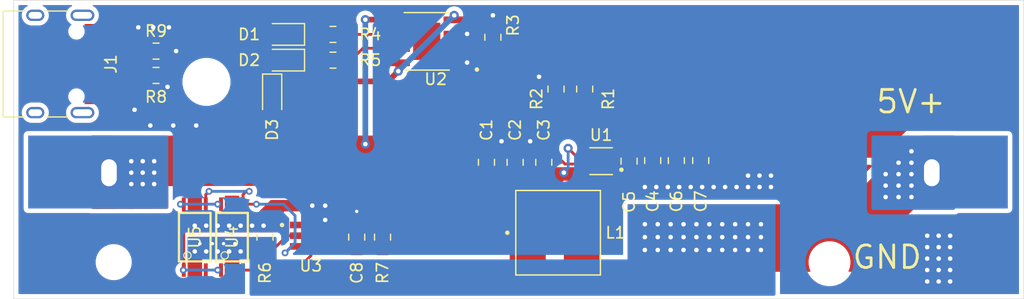
<source format=kicad_pcb>
(kicad_pcb (version 20171130) (host pcbnew "(5.1.5)-3")

  (general
    (thickness 1.6)
    (drawings 6)
    (tracks 239)
    (zones 0)
    (modules 29)
    (nets 21)
  )

  (page A4)
  (layers
    (0 F.Cu signal)
    (31 B.Cu signal)
    (32 B.Adhes user)
    (33 F.Adhes user)
    (34 B.Paste user)
    (35 F.Paste user)
    (36 B.SilkS user)
    (37 F.SilkS user)
    (38 B.Mask user)
    (39 F.Mask user)
    (40 Dwgs.User user hide)
    (41 Cmts.User user hide)
    (42 Eco1.User user hide)
    (43 Eco2.User user hide)
    (44 Edge.Cuts user)
    (45 Margin user)
    (46 B.CrtYd user hide)
    (47 F.CrtYd user hide)
    (48 B.Fab user hide)
    (49 F.Fab user hide)
  )

  (setup
    (last_trace_width 0.25)
    (user_trace_width 0.2)
    (user_trace_width 0.3)
    (user_trace_width 0.508)
    (user_trace_width 2)
    (trace_clearance 0.1)
    (zone_clearance 0.1)
    (zone_45_only yes)
    (trace_min 0.2)
    (via_size 0.8)
    (via_drill 0.4)
    (via_min_size 0.4)
    (via_min_drill 0.3)
    (user_via 0.5 0.3)
    (user_via 0.6 0.3)
    (uvia_size 0.3)
    (uvia_drill 0.1)
    (uvias_allowed no)
    (uvia_min_size 0.2)
    (uvia_min_drill 0.1)
    (edge_width 0.05)
    (segment_width 0.2)
    (pcb_text_width 0.3)
    (pcb_text_size 1.5 1.5)
    (mod_edge_width 0.12)
    (mod_text_size 1 1)
    (mod_text_width 0.15)
    (pad_size 3.2 3.2)
    (pad_drill 3.2)
    (pad_to_mask_clearance 0.051)
    (solder_mask_min_width 0.25)
    (aux_axis_origin 0 0)
    (visible_elements 7FFDFFFF)
    (pcbplotparams
      (layerselection 0x010fc_ffffffff)
      (usegerberextensions true)
      (usegerberattributes false)
      (usegerberadvancedattributes false)
      (creategerberjobfile false)
      (excludeedgelayer true)
      (linewidth 0.100000)
      (plotframeref false)
      (viasonmask false)
      (mode 1)
      (useauxorigin false)
      (hpglpennumber 1)
      (hpglpenspeed 20)
      (hpglpendiameter 15.000000)
      (psnegative false)
      (psa4output false)
      (plotreference true)
      (plotvalue false)
      (plotinvisibletext false)
      (padsonsilk false)
      (subtractmaskfromsilk true)
      (outputformat 1)
      (mirror false)
      (drillshape 0)
      (scaleselection 1)
      (outputdirectory "./Gerbers"))
  )

  (net 0 "")
  (net 1 GND)
  (net 2 +BATT)
  (net 3 "Net-(C4-Pad2)")
  (net 4 "Net-(L1-Pad2)")
  (net 5 "Net-(R1-Pad2)")
  (net 6 "Net-(D1-Pad1)")
  (net 7 "Net-(D2-Pad1)")
  (net 8 "Net-(R3-Pad1)")
  (net 9 "Net-(R4-Pad2)")
  (net 10 "Net-(R5-Pad2)")
  (net 11 "Net-(R6-Pad2)")
  (net 12 "Net-(U3-Pad1)")
  (net 13 "Net-(U3-Pad3)")
  (net 14 "Net-(U4-Pad1)")
  (net 15 VSS)
  (net 16 "Net-(C8-Pad1)")
  (net 17 V_USB)
  (net 18 "Net-(J1-PadA5)")
  (net 19 "Net-(J1-PadB5)")
  (net 20 "Net-(J1-PadS1)")

  (net_class Default "This is the default net class."
    (clearance 0.1)
    (trace_width 0.25)
    (via_dia 0.8)
    (via_drill 0.4)
    (uvia_dia 0.3)
    (uvia_drill 0.1)
    (add_net +BATT)
    (add_net GND)
    (add_net "Net-(C4-Pad2)")
    (add_net "Net-(C8-Pad1)")
    (add_net "Net-(D1-Pad1)")
    (add_net "Net-(D2-Pad1)")
    (add_net "Net-(J1-PadA5)")
    (add_net "Net-(J1-PadB5)")
    (add_net "Net-(J1-PadS1)")
    (add_net "Net-(L1-Pad2)")
    (add_net "Net-(R1-Pad2)")
    (add_net "Net-(R3-Pad1)")
    (add_net "Net-(R4-Pad2)")
    (add_net "Net-(R5-Pad2)")
    (add_net "Net-(R6-Pad2)")
    (add_net "Net-(U3-Pad1)")
    (add_net "Net-(U3-Pad3)")
    (add_net "Net-(U4-Pad1)")
    (add_net VSS)
    (add_net V_USB)
  )

  (module Resistor_SMD:R_0805_2012Metric_Pad1.15x1.40mm_HandSolder (layer F.Cu) (tedit 5B36C52B) (tstamp 66425173)
    (at 140.462 86.782 90)
    (descr "Resistor SMD 0805 (2012 Metric), square (rectangular) end terminal, IPC_7351 nominal with elongated pad for handsoldering. (Body size source: https://docs.google.com/spreadsheets/d/1BsfQQcO9C6DZCsRaXUlFlo91Tg2WpOkGARC1WS5S8t0/edit?usp=sharing), generated with kicad-footprint-generator")
    (tags "resistor handsolder")
    (path /664225F6/66431D83)
    (attr smd)
    (fp_text reference R3 (at 1.057 1.786 90) (layer F.SilkS)
      (effects (font (size 1 1) (thickness 0.15)))
    )
    (fp_text value 1.2k (at 0 1.65 90) (layer F.Fab)
      (effects (font (size 1 1) (thickness 0.15)))
    )
    (fp_text user %R (at 0 0 90) (layer F.Fab)
      (effects (font (size 0.5 0.5) (thickness 0.08)))
    )
    (fp_line (start 1.85 0.95) (end -1.85 0.95) (layer F.CrtYd) (width 0.05))
    (fp_line (start 1.85 -0.95) (end 1.85 0.95) (layer F.CrtYd) (width 0.05))
    (fp_line (start -1.85 -0.95) (end 1.85 -0.95) (layer F.CrtYd) (width 0.05))
    (fp_line (start -1.85 0.95) (end -1.85 -0.95) (layer F.CrtYd) (width 0.05))
    (fp_line (start -0.261252 0.71) (end 0.261252 0.71) (layer F.SilkS) (width 0.12))
    (fp_line (start -0.261252 -0.71) (end 0.261252 -0.71) (layer F.SilkS) (width 0.12))
    (fp_line (start 1 0.6) (end -1 0.6) (layer F.Fab) (width 0.1))
    (fp_line (start 1 -0.6) (end 1 0.6) (layer F.Fab) (width 0.1))
    (fp_line (start -1 -0.6) (end 1 -0.6) (layer F.Fab) (width 0.1))
    (fp_line (start -1 0.6) (end -1 -0.6) (layer F.Fab) (width 0.1))
    (pad 2 smd roundrect (at 1.025 0 90) (size 1.15 1.4) (layers F.Cu F.Paste F.Mask) (roundrect_rratio 0.217391)
      (net 1 GND))
    (pad 1 smd roundrect (at -1.025 0 90) (size 1.15 1.4) (layers F.Cu F.Paste F.Mask) (roundrect_rratio 0.217391)
      (net 8 "Net-(R3-Pad1)"))
    (model ${KISYS3DMOD}/Resistor_SMD.3dshapes/R_0805_2012Metric.wrl
      (at (xyz 0 0 0))
      (scale (xyz 1 1 1))
      (rotate (xyz 0 0 0))
    )
  )

  (module Resistor_SMD:R_0805_2012Metric_Pad1.15x1.40mm_HandSolder (layer F.Cu) (tedit 5B36C52B) (tstamp 66422B68)
    (at 110.617 88.011)
    (descr "Resistor SMD 0805 (2012 Metric), square (rectangular) end terminal, IPC_7351 nominal with elongated pad for handsoldering. (Body size source: https://docs.google.com/spreadsheets/d/1BsfQQcO9C6DZCsRaXUlFlo91Tg2WpOkGARC1WS5S8t0/edit?usp=sharing), generated with kicad-footprint-generator")
    (tags "resistor handsolder")
    (path /664225F6/66459784)
    (attr smd)
    (fp_text reference R9 (at 0 -1.778) (layer F.SilkS)
      (effects (font (size 1 1) (thickness 0.15)))
    )
    (fp_text value 5.1k (at 0 1.65) (layer F.Fab)
      (effects (font (size 1 1) (thickness 0.15)))
    )
    (fp_text user %R (at 0 0) (layer F.Fab)
      (effects (font (size 0.5 0.5) (thickness 0.08)))
    )
    (fp_line (start 1.85 0.95) (end -1.85 0.95) (layer F.CrtYd) (width 0.05))
    (fp_line (start 1.85 -0.95) (end 1.85 0.95) (layer F.CrtYd) (width 0.05))
    (fp_line (start -1.85 -0.95) (end 1.85 -0.95) (layer F.CrtYd) (width 0.05))
    (fp_line (start -1.85 0.95) (end -1.85 -0.95) (layer F.CrtYd) (width 0.05))
    (fp_line (start -0.261252 0.71) (end 0.261252 0.71) (layer F.SilkS) (width 0.12))
    (fp_line (start -0.261252 -0.71) (end 0.261252 -0.71) (layer F.SilkS) (width 0.12))
    (fp_line (start 1 0.6) (end -1 0.6) (layer F.Fab) (width 0.1))
    (fp_line (start 1 -0.6) (end 1 0.6) (layer F.Fab) (width 0.1))
    (fp_line (start -1 -0.6) (end 1 -0.6) (layer F.Fab) (width 0.1))
    (fp_line (start -1 0.6) (end -1 -0.6) (layer F.Fab) (width 0.1))
    (pad 2 smd roundrect (at 1.025 0) (size 1.15 1.4) (layers F.Cu F.Paste F.Mask) (roundrect_rratio 0.217391)
      (net 1 GND))
    (pad 1 smd roundrect (at -1.025 0) (size 1.15 1.4) (layers F.Cu F.Paste F.Mask) (roundrect_rratio 0.217391)
      (net 18 "Net-(J1-PadA5)"))
    (model ${KISYS3DMOD}/Resistor_SMD.3dshapes/R_0805_2012Metric.wrl
      (at (xyz 0 0 0))
      (scale (xyz 1 1 1))
      (rotate (xyz 0 0 0))
    )
  )

  (module Resistor_SMD:R_0805_2012Metric_Pad1.15x1.40mm_HandSolder (layer F.Cu) (tedit 5B36C52B) (tstamp 66422B57)
    (at 110.617 90.17 180)
    (descr "Resistor SMD 0805 (2012 Metric), square (rectangular) end terminal, IPC_7351 nominal with elongated pad for handsoldering. (Body size source: https://docs.google.com/spreadsheets/d/1BsfQQcO9C6DZCsRaXUlFlo91Tg2WpOkGARC1WS5S8t0/edit?usp=sharing), generated with kicad-footprint-generator")
    (tags "resistor handsolder")
    (path /664225F6/66459237)
    (attr smd)
    (fp_text reference R8 (at 0 -1.905) (layer F.SilkS)
      (effects (font (size 1 1) (thickness 0.15)))
    )
    (fp_text value 5.1k (at 0 1.65) (layer F.Fab)
      (effects (font (size 1 1) (thickness 0.15)))
    )
    (fp_text user %R (at 0 0) (layer F.Fab)
      (effects (font (size 0.5 0.5) (thickness 0.08)))
    )
    (fp_line (start 1.85 0.95) (end -1.85 0.95) (layer F.CrtYd) (width 0.05))
    (fp_line (start 1.85 -0.95) (end 1.85 0.95) (layer F.CrtYd) (width 0.05))
    (fp_line (start -1.85 -0.95) (end 1.85 -0.95) (layer F.CrtYd) (width 0.05))
    (fp_line (start -1.85 0.95) (end -1.85 -0.95) (layer F.CrtYd) (width 0.05))
    (fp_line (start -0.261252 0.71) (end 0.261252 0.71) (layer F.SilkS) (width 0.12))
    (fp_line (start -0.261252 -0.71) (end 0.261252 -0.71) (layer F.SilkS) (width 0.12))
    (fp_line (start 1 0.6) (end -1 0.6) (layer F.Fab) (width 0.1))
    (fp_line (start 1 -0.6) (end 1 0.6) (layer F.Fab) (width 0.1))
    (fp_line (start -1 -0.6) (end 1 -0.6) (layer F.Fab) (width 0.1))
    (fp_line (start -1 0.6) (end -1 -0.6) (layer F.Fab) (width 0.1))
    (pad 2 smd roundrect (at 1.025 0 180) (size 1.15 1.4) (layers F.Cu F.Paste F.Mask) (roundrect_rratio 0.217391)
      (net 19 "Net-(J1-PadB5)"))
    (pad 1 smd roundrect (at -1.025 0 180) (size 1.15 1.4) (layers F.Cu F.Paste F.Mask) (roundrect_rratio 0.217391)
      (net 1 GND))
    (model ${KISYS3DMOD}/Resistor_SMD.3dshapes/R_0805_2012Metric.wrl
      (at (xyz 0 0 0))
      (scale (xyz 1 1 1))
      (rotate (xyz 0 0 0))
    )
  )

  (module Connector_USB:USB_C_Receptacle_HRO_TYPE-C-31-M-12 (layer F.Cu) (tedit 5D3C0721) (tstamp 66422A40)
    (at 100.965 89.154 270)
    (descr "USB Type-C receptacle for USB 2.0 and PD, http://www.krhro.com/uploads/soft/180320/1-1P320120243.pdf")
    (tags "usb usb-c 2.0 pd")
    (path /664225F6/664260D8)
    (attr smd)
    (fp_text reference J1 (at 0 -5.645 90) (layer F.SilkS)
      (effects (font (size 1 1) (thickness 0.15)))
    )
    (fp_text value USB_C_Receptacle_USB2.0 (at 0 5.1 90) (layer F.Fab)
      (effects (font (size 1 1) (thickness 0.15)))
    )
    (fp_line (start -4.7 3.9) (end 4.7 3.9) (layer F.SilkS) (width 0.12))
    (fp_line (start -4.47 -3.65) (end 4.47 -3.65) (layer F.Fab) (width 0.1))
    (fp_line (start -4.47 -3.65) (end -4.47 3.65) (layer F.Fab) (width 0.1))
    (fp_line (start -4.47 3.65) (end 4.47 3.65) (layer F.Fab) (width 0.1))
    (fp_line (start 4.47 -3.65) (end 4.47 3.65) (layer F.Fab) (width 0.1))
    (fp_text user %R (at 0 0 90) (layer F.Fab)
      (effects (font (size 1 1) (thickness 0.15)))
    )
    (fp_line (start -5.32 -5.27) (end 5.32 -5.27) (layer F.CrtYd) (width 0.05))
    (fp_line (start -5.32 4.15) (end 5.32 4.15) (layer F.CrtYd) (width 0.05))
    (fp_line (start -5.32 -5.27) (end -5.32 4.15) (layer F.CrtYd) (width 0.05))
    (fp_line (start 5.32 -5.27) (end 5.32 4.15) (layer F.CrtYd) (width 0.05))
    (fp_line (start 4.7 -1.9) (end 4.7 0.1) (layer F.SilkS) (width 0.12))
    (fp_line (start 4.7 2) (end 4.7 3.9) (layer F.SilkS) (width 0.12))
    (fp_line (start -4.7 -1.9) (end -4.7 0.1) (layer F.SilkS) (width 0.12))
    (fp_line (start -4.7 2) (end -4.7 3.9) (layer F.SilkS) (width 0.12))
    (pad B1 smd rect (at 3.25 -4.045 270) (size 0.6 1.45) (layers F.Cu F.Paste F.Mask)
      (net 1 GND))
    (pad A9 smd rect (at 2.45 -4.045 270) (size 0.6 1.45) (layers F.Cu F.Paste F.Mask)
      (net 17 V_USB))
    (pad B9 smd rect (at -2.45 -4.045 270) (size 0.6 1.45) (layers F.Cu F.Paste F.Mask)
      (net 17 V_USB))
    (pad B12 smd rect (at -3.25 -4.045 270) (size 0.6 1.45) (layers F.Cu F.Paste F.Mask)
      (net 1 GND))
    (pad A1 smd rect (at -3.25 -4.045 270) (size 0.6 1.45) (layers F.Cu F.Paste F.Mask)
      (net 1 GND))
    (pad A4 smd rect (at -2.45 -4.045 270) (size 0.6 1.45) (layers F.Cu F.Paste F.Mask)
      (net 17 V_USB))
    (pad B4 smd rect (at 2.45 -4.045 270) (size 0.6 1.45) (layers F.Cu F.Paste F.Mask)
      (net 17 V_USB))
    (pad A12 smd rect (at 3.25 -4.045 270) (size 0.6 1.45) (layers F.Cu F.Paste F.Mask)
      (net 1 GND))
    (pad B8 smd rect (at -1.75 -4.045 270) (size 0.3 1.45) (layers F.Cu F.Paste F.Mask))
    (pad A5 smd rect (at -1.25 -4.045 270) (size 0.3 1.45) (layers F.Cu F.Paste F.Mask)
      (net 18 "Net-(J1-PadA5)"))
    (pad B7 smd rect (at -0.75 -4.045 270) (size 0.3 1.45) (layers F.Cu F.Paste F.Mask))
    (pad A7 smd rect (at 0.25 -4.045 270) (size 0.3 1.45) (layers F.Cu F.Paste F.Mask))
    (pad B6 smd rect (at 0.75 -4.045 270) (size 0.3 1.45) (layers F.Cu F.Paste F.Mask))
    (pad A8 smd rect (at 1.25 -4.045 270) (size 0.3 1.45) (layers F.Cu F.Paste F.Mask))
    (pad B5 smd rect (at 1.75 -4.045 270) (size 0.3 1.45) (layers F.Cu F.Paste F.Mask)
      (net 19 "Net-(J1-PadB5)"))
    (pad A6 smd rect (at -0.25 -4.045 270) (size 0.3 1.45) (layers F.Cu F.Paste F.Mask))
    (pad S1 thru_hole oval (at 4.32 -3.13 270) (size 1 2.1) (drill oval 0.6 1.7) (layers *.Cu *.Mask)
      (net 20 "Net-(J1-PadS1)"))
    (pad S1 thru_hole oval (at -4.32 -3.13 270) (size 1 2.1) (drill oval 0.6 1.7) (layers *.Cu *.Mask)
      (net 20 "Net-(J1-PadS1)"))
    (pad "" np_thru_hole circle (at -2.89 -2.6 270) (size 0.65 0.65) (drill 0.65) (layers *.Cu *.Mask))
    (pad S1 thru_hole oval (at -4.32 1.05 270) (size 1 1.6) (drill oval 0.6 1.2) (layers *.Cu *.Mask)
      (net 20 "Net-(J1-PadS1)"))
    (pad "" np_thru_hole circle (at 2.89 -2.6 270) (size 0.65 0.65) (drill 0.65) (layers *.Cu *.Mask))
    (pad S1 thru_hole oval (at 4.32 1.05 270) (size 1 1.6) (drill oval 0.6 1.2) (layers *.Cu *.Mask)
      (net 20 "Net-(J1-PadS1)"))
    (model ${KISYS3DMOD}/Connector_USB.3dshapes/USB_C_Receptacle_HRO_TYPE-C-31-M-12.wrl
      (at (xyz 0 0 0))
      (scale (xyz 1 1 1))
      (rotate (xyz 0 0 0))
    )
  )

  (module Diode_SMD:D_SOD-323_HandSoldering (layer F.Cu) (tedit 58641869) (tstamp 66424FAA)
    (at 120.904 91.948 270)
    (descr SOD-323)
    (tags SOD-323)
    (path /664225F6/6646EAB9)
    (attr smd)
    (fp_text reference D3 (at 3.048 0 90) (layer F.SilkS)
      (effects (font (size 1 1) (thickness 0.15)))
    )
    (fp_text value 5.6V (at 0.1 1.9 90) (layer F.Fab)
      (effects (font (size 1 1) (thickness 0.15)))
    )
    (fp_line (start -1.9 -0.85) (end 1.25 -0.85) (layer F.SilkS) (width 0.12))
    (fp_line (start -1.9 0.85) (end 1.25 0.85) (layer F.SilkS) (width 0.12))
    (fp_line (start -2 -0.95) (end -2 0.95) (layer F.CrtYd) (width 0.05))
    (fp_line (start -2 0.95) (end 2 0.95) (layer F.CrtYd) (width 0.05))
    (fp_line (start 2 -0.95) (end 2 0.95) (layer F.CrtYd) (width 0.05))
    (fp_line (start -2 -0.95) (end 2 -0.95) (layer F.CrtYd) (width 0.05))
    (fp_line (start -0.9 -0.7) (end 0.9 -0.7) (layer F.Fab) (width 0.1))
    (fp_line (start 0.9 -0.7) (end 0.9 0.7) (layer F.Fab) (width 0.1))
    (fp_line (start 0.9 0.7) (end -0.9 0.7) (layer F.Fab) (width 0.1))
    (fp_line (start -0.9 0.7) (end -0.9 -0.7) (layer F.Fab) (width 0.1))
    (fp_line (start -0.3 -0.35) (end -0.3 0.35) (layer F.Fab) (width 0.1))
    (fp_line (start -0.3 0) (end -0.5 0) (layer F.Fab) (width 0.1))
    (fp_line (start -0.3 0) (end 0.2 -0.35) (layer F.Fab) (width 0.1))
    (fp_line (start 0.2 -0.35) (end 0.2 0.35) (layer F.Fab) (width 0.1))
    (fp_line (start 0.2 0.35) (end -0.3 0) (layer F.Fab) (width 0.1))
    (fp_line (start 0.2 0) (end 0.45 0) (layer F.Fab) (width 0.1))
    (fp_line (start -1.9 -0.85) (end -1.9 0.85) (layer F.SilkS) (width 0.12))
    (fp_text user %R (at 0 -1.85 90) (layer F.Fab)
      (effects (font (size 1 1) (thickness 0.15)))
    )
    (pad 2 smd rect (at 1.25 0 270) (size 1 1) (layers F.Cu F.Paste F.Mask)
      (net 1 GND))
    (pad 1 smd rect (at -1.25 0 270) (size 1 1) (layers F.Cu F.Paste F.Mask)
      (net 17 V_USB))
    (model ${KISYS3DMOD}/Diode_SMD.3dshapes/D_SOD-323.wrl
      (at (xyz 0 0 0))
      (scale (xyz 1 1 1))
      (rotate (xyz 0 0 0))
    )
  )

  (module gopro-powerbank:TSSOP8 (layer F.Cu) (tedit 6641BE82) (tstamp 66428DCF)
    (at 114.046 104.521 90)
    (descr "<b>Plastic Small Outline</b>")
    (path /664225F6/66429E91)
    (attr smd)
    (fp_text reference U5 (at 0 0 90) (layer F.SilkS)
      (effects (font (size 1.001756 1.001756) (thickness 0.15)))
    )
    (fp_text value 8205A (at 0.56003 2.290165 90) (layer F.Fab)
      (effects (font (size 1.000071 1.000071) (thickness 0.15)))
    )
    (fp_line (start -2.15 1.4) (end 2.15 1.4) (layer F.SilkS) (width 0.2032))
    (fp_line (start 2.15 1.4) (end 2.15 -1.4) (layer F.SilkS) (width 0.2032))
    (fp_line (start 2.15 -1.4) (end -2.15 -1.4) (layer F.SilkS) (width 0.2032))
    (fp_line (start -2.15 -1.4) (end -2.15 1.4) (layer F.SilkS) (width 0.2032))
    (fp_circle (center -1.625 -0.65) (end -1.3 -0.65) (layer F.SilkS) (width 0.1))
    (fp_poly (pts (xy -3.20038 -1.1) (xy -2.2 -1.1) (xy -2.2 -0.850101) (xy -3.20038 -0.850101)) (layer F.Fab) (width 0.01))
    (fp_poly (pts (xy -3.20123 -0.45) (xy -2.2 -0.45) (xy -2.2 -0.200077) (xy -3.20123 -0.200077)) (layer F.Fab) (width 0.01))
    (fp_poly (pts (xy -3.20599 0.2) (xy -2.2 0.2) (xy -2.2 0.450842) (xy -3.20599 0.450842)) (layer F.Fab) (width 0.01))
    (fp_poly (pts (xy -3.20063 0.85) (xy -2.2 0.85) (xy -2.2 1.10022) (xy -3.20063 1.10022)) (layer F.Fab) (width 0.01))
    (fp_poly (pts (xy 2.20063 0.85) (xy 3.2 0.85) (xy 3.2 1.10032) (xy 2.20063 1.10032)) (layer F.Fab) (width 0.01))
    (fp_poly (pts (xy 2.2011 0.2) (xy 3.2 0.2) (xy 3.2 0.450224) (xy 2.2011 0.450224)) (layer F.Fab) (width 0.01))
    (fp_poly (pts (xy 2.20267 -0.45) (xy 3.2 -0.45) (xy 3.2 -0.200243) (xy 2.20267 -0.200243)) (layer F.Fab) (width 0.01))
    (fp_poly (pts (xy 2.20143 -1.1) (xy 3.2 -1.1) (xy 3.2 -0.850553) (xy 2.20143 -0.850553)) (layer F.Fab) (width 0.01))
    (pad 1 smd rect (at -2.925 -0.975 90) (size 1.2 0.35) (layers F.Cu F.Paste F.Mask)
      (net 14 "Net-(U4-Pad1)") (solder_mask_margin 0.102))
    (pad 2 smd rect (at -2.925 -0.325 90) (size 1.2 0.35) (layers F.Cu F.Paste F.Mask)
      (net 15 VSS) (solder_mask_margin 0.102))
    (pad 3 smd rect (at -2.925 0.325 90) (size 1.2 0.35) (layers F.Cu F.Paste F.Mask)
      (net 15 VSS) (solder_mask_margin 0.102))
    (pad 4 smd rect (at -2.925 0.975 90) (size 1.2 0.35) (layers F.Cu F.Paste F.Mask)
      (net 12 "Net-(U3-Pad1)") (solder_mask_margin 0.102))
    (pad 5 smd rect (at 2.925 0.975 90) (size 1.2 0.35) (layers F.Cu F.Paste F.Mask)
      (net 13 "Net-(U3-Pad3)") (solder_mask_margin 0.102))
    (pad 6 smd rect (at 2.925 0.325 90) (size 1.2 0.35) (layers F.Cu F.Paste F.Mask)
      (net 1 GND) (solder_mask_margin 0.102))
    (pad 7 smd rect (at 2.925 -0.325 90) (size 1.2 0.35) (layers F.Cu F.Paste F.Mask)
      (net 1 GND) (solder_mask_margin 0.102))
    (pad 8 smd rect (at 2.925 -0.975 90) (size 1.2 0.35) (layers F.Cu F.Paste F.Mask)
      (net 14 "Net-(U4-Pad1)") (solder_mask_margin 0.102))
  )

  (module gopro-powerbank:TSSOP8 (layer F.Cu) (tedit 6641BE82) (tstamp 66428E77)
    (at 117.348 104.521 90)
    (descr "<b>Plastic Small Outline</b>")
    (path /664225F6/66429E83)
    (attr smd)
    (fp_text reference U4 (at 0 0 90) (layer F.SilkS)
      (effects (font (size 1.001756 1.001756) (thickness 0.15)))
    )
    (fp_text value 8205A (at 0.56003 2.290165 90) (layer F.Fab)
      (effects (font (size 1.000071 1.000071) (thickness 0.15)))
    )
    (fp_line (start -2.15 1.4) (end 2.15 1.4) (layer F.SilkS) (width 0.2032))
    (fp_line (start 2.15 1.4) (end 2.15 -1.4) (layer F.SilkS) (width 0.2032))
    (fp_line (start 2.15 -1.4) (end -2.15 -1.4) (layer F.SilkS) (width 0.2032))
    (fp_line (start -2.15 -1.4) (end -2.15 1.4) (layer F.SilkS) (width 0.2032))
    (fp_circle (center -1.625 -0.65) (end -1.3 -0.65) (layer F.SilkS) (width 0.1))
    (fp_poly (pts (xy -3.20038 -1.1) (xy -2.2 -1.1) (xy -2.2 -0.850101) (xy -3.20038 -0.850101)) (layer F.Fab) (width 0.01))
    (fp_poly (pts (xy -3.20123 -0.45) (xy -2.2 -0.45) (xy -2.2 -0.200077) (xy -3.20123 -0.200077)) (layer F.Fab) (width 0.01))
    (fp_poly (pts (xy -3.20599 0.2) (xy -2.2 0.2) (xy -2.2 0.450842) (xy -3.20599 0.450842)) (layer F.Fab) (width 0.01))
    (fp_poly (pts (xy -3.20063 0.85) (xy -2.2 0.85) (xy -2.2 1.10022) (xy -3.20063 1.10022)) (layer F.Fab) (width 0.01))
    (fp_poly (pts (xy 2.20063 0.85) (xy 3.2 0.85) (xy 3.2 1.10032) (xy 2.20063 1.10032)) (layer F.Fab) (width 0.01))
    (fp_poly (pts (xy 2.2011 0.2) (xy 3.2 0.2) (xy 3.2 0.450224) (xy 2.2011 0.450224)) (layer F.Fab) (width 0.01))
    (fp_poly (pts (xy 2.20267 -0.45) (xy 3.2 -0.45) (xy 3.2 -0.200243) (xy 2.20267 -0.200243)) (layer F.Fab) (width 0.01))
    (fp_poly (pts (xy 2.20143 -1.1) (xy 3.2 -1.1) (xy 3.2 -0.850553) (xy 2.20143 -0.850553)) (layer F.Fab) (width 0.01))
    (pad 1 smd rect (at -2.925 -0.975 90) (size 1.2 0.35) (layers F.Cu F.Paste F.Mask)
      (net 14 "Net-(U4-Pad1)") (solder_mask_margin 0.102))
    (pad 2 smd rect (at -2.925 -0.325 90) (size 1.2 0.35) (layers F.Cu F.Paste F.Mask)
      (net 15 VSS) (solder_mask_margin 0.102))
    (pad 3 smd rect (at -2.925 0.325 90) (size 1.2 0.35) (layers F.Cu F.Paste F.Mask)
      (net 15 VSS) (solder_mask_margin 0.102))
    (pad 4 smd rect (at -2.925 0.975 90) (size 1.2 0.35) (layers F.Cu F.Paste F.Mask)
      (net 12 "Net-(U3-Pad1)") (solder_mask_margin 0.102))
    (pad 5 smd rect (at 2.925 0.975 90) (size 1.2 0.35) (layers F.Cu F.Paste F.Mask)
      (net 13 "Net-(U3-Pad3)") (solder_mask_margin 0.102))
    (pad 6 smd rect (at 2.925 0.325 90) (size 1.2 0.35) (layers F.Cu F.Paste F.Mask)
      (net 1 GND) (solder_mask_margin 0.102))
    (pad 7 smd rect (at 2.925 -0.325 90) (size 1.2 0.35) (layers F.Cu F.Paste F.Mask)
      (net 1 GND) (solder_mask_margin 0.102))
    (pad 8 smd rect (at 2.925 -0.975 90) (size 1.2 0.35) (layers F.Cu F.Paste F.Mask)
      (net 14 "Net-(U4-Pad1)") (solder_mask_margin 0.102))
  )

  (module gopro-powerbank:SOT95P280X145-6N (layer F.Cu) (tedit 6641C04D) (tstamp 66428D91)
    (at 124.333 104.394)
    (path /664225F6/66436862)
    (attr smd)
    (fp_text reference U3 (at 0 2.667) (layer F.SilkS)
      (effects (font (size 1 1) (thickness 0.15)))
    )
    (fp_text value DW01A (at 8.05 2.635) (layer F.Fab)
      (effects (font (size 1 1) (thickness 0.15)))
    )
    (fp_line (start -0.8 -1.45) (end 0.8 -1.45) (layer F.Fab) (width 0.127))
    (fp_line (start 0.8 -1.45) (end 0.8 1.45) (layer F.Fab) (width 0.127))
    (fp_line (start 0.8 1.45) (end -0.8 1.45) (layer F.Fab) (width 0.127))
    (fp_line (start -0.8 1.45) (end -0.8 -1.45) (layer F.Fab) (width 0.127))
    (fp_line (start -2.11 -1.7) (end -2.11 1.7) (layer F.CrtYd) (width 0.05))
    (fp_line (start -2.11 1.7) (end 2.11 1.7) (layer F.CrtYd) (width 0.05))
    (fp_line (start 2.11 1.7) (end 2.11 -1.7) (layer F.CrtYd) (width 0.05))
    (fp_line (start 2.11 -1.7) (end -2.11 -1.7) (layer F.CrtYd) (width 0.05))
    (fp_circle (center -2.555 -0.95) (end -2.455 -0.95) (layer F.SilkS) (width 0.2))
    (fp_circle (center -2.555 -0.95) (end -2.455 -0.95) (layer F.Fab) (width 0.2))
    (pad 1 smd rect (at -1.255 -0.95) (size 1.21 0.59) (layers F.Cu F.Paste F.Mask)
      (net 12 "Net-(U3-Pad1)") (solder_mask_margin 0.102))
    (pad 2 smd rect (at -1.255 0) (size 1.21 0.59) (layers F.Cu F.Paste F.Mask)
      (net 11 "Net-(R6-Pad2)") (solder_mask_margin 0.102))
    (pad 3 smd rect (at -1.255 0.95) (size 1.21 0.59) (layers F.Cu F.Paste F.Mask)
      (net 13 "Net-(U3-Pad3)") (solder_mask_margin 0.102))
    (pad 4 smd rect (at 1.255 0.95) (size 1.21 0.59) (layers F.Cu F.Paste F.Mask)
      (solder_mask_margin 0.102))
    (pad 6 smd rect (at 1.255 -0.95) (size 1.21 0.59) (layers F.Cu F.Paste F.Mask)
      (net 1 GND) (solder_mask_margin 0.102))
    (pad 5 smd rect (at 1.255 0) (size 1.21 0.59) (layers F.Cu F.Paste F.Mask)
      (net 16 "Net-(C8-Pad1)") (solder_mask_margin 0.102))
  )

  (module gopro-powerbank:SOP127P600X175-9N (layer F.Cu) (tedit 6641BD81) (tstamp 66424FF1)
    (at 134.6 87.142 180)
    (path /664225F6/66429E75)
    (attr smd)
    (fp_text reference U2 (at -0.795 -3.362) (layer F.SilkS)
      (effects (font (size 1 1) (thickness 0.15)))
    )
    (fp_text value TP4056 (at 6.825 3.362) (layer F.Fab)
      (effects (font (size 1 1) (thickness 0.15)))
    )
    (fp_poly (pts (xy -0.645 -0.82) (xy 0.645 -0.82) (xy 0.645 0.82) (xy -0.645 0.82)) (layer F.Paste) (width 0.01))
    (fp_circle (center -4.445 -2.505) (end -4.345 -2.505) (layer F.SilkS) (width 0.2))
    (fp_circle (center -4.445 -2.505) (end -4.345 -2.505) (layer F.Fab) (width 0.2))
    (fp_line (start -2 -2.55) (end 2 -2.55) (layer F.Fab) (width 0.127))
    (fp_line (start -2 2.55) (end 2 2.55) (layer F.Fab) (width 0.127))
    (fp_line (start -2 -2.55) (end 2 -2.55) (layer F.SilkS) (width 0.127))
    (fp_line (start -2 2.55) (end 2 2.55) (layer F.SilkS) (width 0.127))
    (fp_line (start -2 -2.55) (end -2 2.55) (layer F.Fab) (width 0.127))
    (fp_line (start 2 -2.55) (end 2 2.55) (layer F.Fab) (width 0.127))
    (fp_line (start -3.71 -2.8) (end 3.71 -2.8) (layer F.CrtYd) (width 0.05))
    (fp_line (start -3.71 2.8) (end 3.71 2.8) (layer F.CrtYd) (width 0.05))
    (fp_line (start -3.71 -2.8) (end -3.71 2.8) (layer F.CrtYd) (width 0.05))
    (fp_line (start 3.71 -2.8) (end 3.71 2.8) (layer F.CrtYd) (width 0.05))
    (pad 1 smd roundrect (at -2.475 -1.905 180) (size 1.97 0.6) (layers F.Cu F.Paste F.Mask) (roundrect_rratio 0.07000000000000001)
      (net 1 GND) (solder_mask_margin 0.102))
    (pad 2 smd roundrect (at -2.475 -0.635 180) (size 1.97 0.6) (layers F.Cu F.Paste F.Mask) (roundrect_rratio 0.07000000000000001)
      (net 8 "Net-(R3-Pad1)") (solder_mask_margin 0.102))
    (pad 3 smd roundrect (at -2.475 0.635 180) (size 1.97 0.6) (layers F.Cu F.Paste F.Mask) (roundrect_rratio 0.07000000000000001)
      (net 1 GND) (solder_mask_margin 0.102))
    (pad 4 smd roundrect (at -2.475 1.905 180) (size 1.97 0.6) (layers F.Cu F.Paste F.Mask) (roundrect_rratio 0.07000000000000001)
      (net 17 V_USB) (solder_mask_margin 0.102))
    (pad 5 smd roundrect (at 2.475 1.905 180) (size 1.97 0.6) (layers F.Cu F.Paste F.Mask) (roundrect_rratio 0.07000000000000001)
      (net 2 +BATT) (solder_mask_margin 0.102))
    (pad 6 smd roundrect (at 2.475 0.635 180) (size 1.97 0.6) (layers F.Cu F.Paste F.Mask) (roundrect_rratio 0.07000000000000001)
      (net 9 "Net-(R4-Pad2)") (solder_mask_margin 0.102))
    (pad 7 smd roundrect (at 2.475 -0.635 180) (size 1.97 0.6) (layers F.Cu F.Paste F.Mask) (roundrect_rratio 0.07000000000000001)
      (net 10 "Net-(R5-Pad2)") (solder_mask_margin 0.102))
    (pad 8 smd roundrect (at 2.475 -1.905 180) (size 1.97 0.6) (layers F.Cu F.Paste F.Mask) (roundrect_rratio 0.07000000000000001)
      (net 17 V_USB) (solder_mask_margin 0.102))
    (pad 9 smd rect (at 0 0 180) (size 2.413 3.302) (layers F.Cu F.Mask)
      (solder_mask_margin 0.102))
  )

  (module Resistor_SMD:R_0805_2012Metric_Pad1.15x1.40mm_HandSolder (layer F.Cu) (tedit 5B36C52B) (tstamp 66428E0F)
    (at 130.683 104.521 270)
    (descr "Resistor SMD 0805 (2012 Metric), square (rectangular) end terminal, IPC_7351 nominal with elongated pad for handsoldering. (Body size source: https://docs.google.com/spreadsheets/d/1BsfQQcO9C6DZCsRaXUlFlo91Tg2WpOkGARC1WS5S8t0/edit?usp=sharing), generated with kicad-footprint-generator")
    (tags "resistor handsolder")
    (path /664225F6/6643EC3C)
    (attr smd)
    (fp_text reference R7 (at 3.175 0 90) (layer F.SilkS)
      (effects (font (size 1 1) (thickness 0.15)))
    )
    (fp_text value 100 (at 0 1.65 90) (layer F.Fab)
      (effects (font (size 1 1) (thickness 0.15)))
    )
    (fp_text user %R (at 0 0 90) (layer F.Fab)
      (effects (font (size 0.5 0.5) (thickness 0.08)))
    )
    (fp_line (start 1.85 0.95) (end -1.85 0.95) (layer F.CrtYd) (width 0.05))
    (fp_line (start 1.85 -0.95) (end 1.85 0.95) (layer F.CrtYd) (width 0.05))
    (fp_line (start -1.85 -0.95) (end 1.85 -0.95) (layer F.CrtYd) (width 0.05))
    (fp_line (start -1.85 0.95) (end -1.85 -0.95) (layer F.CrtYd) (width 0.05))
    (fp_line (start -0.261252 0.71) (end 0.261252 0.71) (layer F.SilkS) (width 0.12))
    (fp_line (start -0.261252 -0.71) (end 0.261252 -0.71) (layer F.SilkS) (width 0.12))
    (fp_line (start 1 0.6) (end -1 0.6) (layer F.Fab) (width 0.1))
    (fp_line (start 1 -0.6) (end 1 0.6) (layer F.Fab) (width 0.1))
    (fp_line (start -1 -0.6) (end 1 -0.6) (layer F.Fab) (width 0.1))
    (fp_line (start -1 0.6) (end -1 -0.6) (layer F.Fab) (width 0.1))
    (pad 2 smd roundrect (at 1.025 0 270) (size 1.15 1.4) (layers F.Cu F.Paste F.Mask) (roundrect_rratio 0.217391)
      (net 16 "Net-(C8-Pad1)"))
    (pad 1 smd roundrect (at -1.025 0 270) (size 1.15 1.4) (layers F.Cu F.Paste F.Mask) (roundrect_rratio 0.217391)
      (net 2 +BATT))
    (model ${KISYS3DMOD}/Resistor_SMD.3dshapes/R_0805_2012Metric.wrl
      (at (xyz 0 0 0))
      (scale (xyz 1 1 1))
      (rotate (xyz 0 0 0))
    )
  )

  (module Resistor_SMD:R_0805_2012Metric_Pad1.15x1.40mm_HandSolder (layer F.Cu) (tedit 5B36C52B) (tstamp 66428E3F)
    (at 120.269 104.521 270)
    (descr "Resistor SMD 0805 (2012 Metric), square (rectangular) end terminal, IPC_7351 nominal with elongated pad for handsoldering. (Body size source: https://docs.google.com/spreadsheets/d/1BsfQQcO9C6DZCsRaXUlFlo91Tg2WpOkGARC1WS5S8t0/edit?usp=sharing), generated with kicad-footprint-generator")
    (tags "resistor handsolder")
    (path /664225F6/6643B869)
    (attr smd)
    (fp_text reference R6 (at 3.175 0 90) (layer F.SilkS)
      (effects (font (size 1 1) (thickness 0.15)))
    )
    (fp_text value 1k (at 0 1.65 90) (layer F.Fab)
      (effects (font (size 1 1) (thickness 0.15)))
    )
    (fp_text user %R (at 0 0 90) (layer F.Fab)
      (effects (font (size 0.5 0.5) (thickness 0.08)))
    )
    (fp_line (start 1.85 0.95) (end -1.85 0.95) (layer F.CrtYd) (width 0.05))
    (fp_line (start 1.85 -0.95) (end 1.85 0.95) (layer F.CrtYd) (width 0.05))
    (fp_line (start -1.85 -0.95) (end 1.85 -0.95) (layer F.CrtYd) (width 0.05))
    (fp_line (start -1.85 0.95) (end -1.85 -0.95) (layer F.CrtYd) (width 0.05))
    (fp_line (start -0.261252 0.71) (end 0.261252 0.71) (layer F.SilkS) (width 0.12))
    (fp_line (start -0.261252 -0.71) (end 0.261252 -0.71) (layer F.SilkS) (width 0.12))
    (fp_line (start 1 0.6) (end -1 0.6) (layer F.Fab) (width 0.1))
    (fp_line (start 1 -0.6) (end 1 0.6) (layer F.Fab) (width 0.1))
    (fp_line (start -1 -0.6) (end 1 -0.6) (layer F.Fab) (width 0.1))
    (fp_line (start -1 0.6) (end -1 -0.6) (layer F.Fab) (width 0.1))
    (pad 2 smd roundrect (at 1.025 0 270) (size 1.15 1.4) (layers F.Cu F.Paste F.Mask) (roundrect_rratio 0.217391)
      (net 11 "Net-(R6-Pad2)"))
    (pad 1 smd roundrect (at -1.025 0 270) (size 1.15 1.4) (layers F.Cu F.Paste F.Mask) (roundrect_rratio 0.217391)
      (net 1 GND))
    (model ${KISYS3DMOD}/Resistor_SMD.3dshapes/R_0805_2012Metric.wrl
      (at (xyz 0 0 0))
      (scale (xyz 1 1 1))
      (rotate (xyz 0 0 0))
    )
  )

  (module Resistor_SMD:R_0805_2012Metric_Pad1.15x1.40mm_HandSolder (layer F.Cu) (tedit 5B36C52B) (tstamp 66424ED7)
    (at 126.2935 88.814)
    (descr "Resistor SMD 0805 (2012 Metric), square (rectangular) end terminal, IPC_7351 nominal with elongated pad for handsoldering. (Body size source: https://docs.google.com/spreadsheets/d/1BsfQQcO9C6DZCsRaXUlFlo91Tg2WpOkGARC1WS5S8t0/edit?usp=sharing), generated with kicad-footprint-generator")
    (tags "resistor handsolder")
    (path /664225F6/664282D4)
    (attr smd)
    (fp_text reference R5 (at 3.302 0) (layer F.SilkS)
      (effects (font (size 1 1) (thickness 0.15)))
    )
    (fp_text value 1k (at 0 1.65) (layer F.Fab)
      (effects (font (size 1 1) (thickness 0.15)))
    )
    (fp_text user %R (at 0 0) (layer F.Fab)
      (effects (font (size 0.5 0.5) (thickness 0.08)))
    )
    (fp_line (start 1.85 0.95) (end -1.85 0.95) (layer F.CrtYd) (width 0.05))
    (fp_line (start 1.85 -0.95) (end 1.85 0.95) (layer F.CrtYd) (width 0.05))
    (fp_line (start -1.85 -0.95) (end 1.85 -0.95) (layer F.CrtYd) (width 0.05))
    (fp_line (start -1.85 0.95) (end -1.85 -0.95) (layer F.CrtYd) (width 0.05))
    (fp_line (start -0.261252 0.71) (end 0.261252 0.71) (layer F.SilkS) (width 0.12))
    (fp_line (start -0.261252 -0.71) (end 0.261252 -0.71) (layer F.SilkS) (width 0.12))
    (fp_line (start 1 0.6) (end -1 0.6) (layer F.Fab) (width 0.1))
    (fp_line (start 1 -0.6) (end 1 0.6) (layer F.Fab) (width 0.1))
    (fp_line (start -1 -0.6) (end 1 -0.6) (layer F.Fab) (width 0.1))
    (fp_line (start -1 0.6) (end -1 -0.6) (layer F.Fab) (width 0.1))
    (pad 2 smd roundrect (at 1.025 0) (size 1.15 1.4) (layers F.Cu F.Paste F.Mask) (roundrect_rratio 0.217391)
      (net 10 "Net-(R5-Pad2)"))
    (pad 1 smd roundrect (at -1.025 0) (size 1.15 1.4) (layers F.Cu F.Paste F.Mask) (roundrect_rratio 0.217391)
      (net 7 "Net-(D2-Pad1)"))
    (model ${KISYS3DMOD}/Resistor_SMD.3dshapes/R_0805_2012Metric.wrl
      (at (xyz 0 0 0))
      (scale (xyz 1 1 1))
      (rotate (xyz 0 0 0))
    )
  )

  (module Resistor_SMD:R_0805_2012Metric_Pad1.15x1.40mm_HandSolder (layer F.Cu) (tedit 5B36C52B) (tstamp 66424EA7)
    (at 126.2935 86.528)
    (descr "Resistor SMD 0805 (2012 Metric), square (rectangular) end terminal, IPC_7351 nominal with elongated pad for handsoldering. (Body size source: https://docs.google.com/spreadsheets/d/1BsfQQcO9C6DZCsRaXUlFlo91Tg2WpOkGARC1WS5S8t0/edit?usp=sharing), generated with kicad-footprint-generator")
    (tags "resistor handsolder")
    (path /664225F6/66427D91)
    (attr smd)
    (fp_text reference R4 (at 3.302 0) (layer F.SilkS)
      (effects (font (size 1 1) (thickness 0.15)))
    )
    (fp_text value 1k (at 0 1.65) (layer F.Fab)
      (effects (font (size 1 1) (thickness 0.15)))
    )
    (fp_text user %R (at 0 0) (layer F.Fab)
      (effects (font (size 0.5 0.5) (thickness 0.08)))
    )
    (fp_line (start 1.85 0.95) (end -1.85 0.95) (layer F.CrtYd) (width 0.05))
    (fp_line (start 1.85 -0.95) (end 1.85 0.95) (layer F.CrtYd) (width 0.05))
    (fp_line (start -1.85 -0.95) (end 1.85 -0.95) (layer F.CrtYd) (width 0.05))
    (fp_line (start -1.85 0.95) (end -1.85 -0.95) (layer F.CrtYd) (width 0.05))
    (fp_line (start -0.261252 0.71) (end 0.261252 0.71) (layer F.SilkS) (width 0.12))
    (fp_line (start -0.261252 -0.71) (end 0.261252 -0.71) (layer F.SilkS) (width 0.12))
    (fp_line (start 1 0.6) (end -1 0.6) (layer F.Fab) (width 0.1))
    (fp_line (start 1 -0.6) (end 1 0.6) (layer F.Fab) (width 0.1))
    (fp_line (start -1 -0.6) (end 1 -0.6) (layer F.Fab) (width 0.1))
    (fp_line (start -1 0.6) (end -1 -0.6) (layer F.Fab) (width 0.1))
    (pad 2 smd roundrect (at 1.025 0) (size 1.15 1.4) (layers F.Cu F.Paste F.Mask) (roundrect_rratio 0.217391)
      (net 9 "Net-(R4-Pad2)"))
    (pad 1 smd roundrect (at -1.025 0) (size 1.15 1.4) (layers F.Cu F.Paste F.Mask) (roundrect_rratio 0.217391)
      (net 6 "Net-(D1-Pad1)"))
    (model ${KISYS3DMOD}/Resistor_SMD.3dshapes/R_0805_2012Metric.wrl
      (at (xyz 0 0 0))
      (scale (xyz 1 1 1))
      (rotate (xyz 0 0 0))
    )
  )

  (module LED_SMD:LED_0805_2012Metric_Pad1.15x1.40mm_HandSolder (layer F.Cu) (tedit 5B4B45C9) (tstamp 66424F09)
    (at 121.912 88.814 180)
    (descr "LED SMD 0805 (2012 Metric), square (rectangular) end terminal, IPC_7351 nominal, (Body size source: https://docs.google.com/spreadsheets/d/1BsfQQcO9C6DZCsRaXUlFlo91Tg2WpOkGARC1WS5S8t0/edit?usp=sharing), generated with kicad-footprint-generator")
    (tags "LED handsolder")
    (path /664225F6/66428762)
    (attr smd)
    (fp_text reference D2 (at 3.048 0) (layer F.SilkS)
      (effects (font (size 1 1) (thickness 0.15)))
    )
    (fp_text value LED (at 0 1.65) (layer F.Fab)
      (effects (font (size 1 1) (thickness 0.15)))
    )
    (fp_text user %R (at 0 0) (layer F.Fab)
      (effects (font (size 0.5 0.5) (thickness 0.08)))
    )
    (fp_line (start 1.85 0.95) (end -1.85 0.95) (layer F.CrtYd) (width 0.05))
    (fp_line (start 1.85 -0.95) (end 1.85 0.95) (layer F.CrtYd) (width 0.05))
    (fp_line (start -1.85 -0.95) (end 1.85 -0.95) (layer F.CrtYd) (width 0.05))
    (fp_line (start -1.85 0.95) (end -1.85 -0.95) (layer F.CrtYd) (width 0.05))
    (fp_line (start -1.86 0.96) (end 1 0.96) (layer F.SilkS) (width 0.12))
    (fp_line (start -1.86 -0.96) (end -1.86 0.96) (layer F.SilkS) (width 0.12))
    (fp_line (start 1 -0.96) (end -1.86 -0.96) (layer F.SilkS) (width 0.12))
    (fp_line (start 1 0.6) (end 1 -0.6) (layer F.Fab) (width 0.1))
    (fp_line (start -1 0.6) (end 1 0.6) (layer F.Fab) (width 0.1))
    (fp_line (start -1 -0.3) (end -1 0.6) (layer F.Fab) (width 0.1))
    (fp_line (start -0.7 -0.6) (end -1 -0.3) (layer F.Fab) (width 0.1))
    (fp_line (start 1 -0.6) (end -0.7 -0.6) (layer F.Fab) (width 0.1))
    (pad 2 smd roundrect (at 1.025 0 180) (size 1.15 1.4) (layers F.Cu F.Paste F.Mask) (roundrect_rratio 0.217391)
      (net 17 V_USB))
    (pad 1 smd roundrect (at -1.025 0 180) (size 1.15 1.4) (layers F.Cu F.Paste F.Mask) (roundrect_rratio 0.217391)
      (net 7 "Net-(D2-Pad1)"))
    (model ${KISYS3DMOD}/LED_SMD.3dshapes/LED_0805_2012Metric.wrl
      (at (xyz 0 0 0))
      (scale (xyz 1 1 1))
      (rotate (xyz 0 0 0))
    )
  )

  (module LED_SMD:LED_0805_2012Metric_Pad1.15x1.40mm_HandSolder (layer F.Cu) (tedit 5B4B45C9) (tstamp 66424F6F)
    (at 121.912 86.528 180)
    (descr "LED SMD 0805 (2012 Metric), square (rectangular) end terminal, IPC_7351 nominal, (Body size source: https://docs.google.com/spreadsheets/d/1BsfQQcO9C6DZCsRaXUlFlo91Tg2WpOkGARC1WS5S8t0/edit?usp=sharing), generated with kicad-footprint-generator")
    (tags "LED handsolder")
    (path /664225F6/66421C5D)
    (attr smd)
    (fp_text reference D1 (at 3.048 0) (layer F.SilkS)
      (effects (font (size 1 1) (thickness 0.15)))
    )
    (fp_text value LED (at 0 1.65) (layer F.Fab)
      (effects (font (size 1 1) (thickness 0.15)))
    )
    (fp_text user %R (at 0 0) (layer F.Fab)
      (effects (font (size 0.5 0.5) (thickness 0.08)))
    )
    (fp_line (start 1.85 0.95) (end -1.85 0.95) (layer F.CrtYd) (width 0.05))
    (fp_line (start 1.85 -0.95) (end 1.85 0.95) (layer F.CrtYd) (width 0.05))
    (fp_line (start -1.85 -0.95) (end 1.85 -0.95) (layer F.CrtYd) (width 0.05))
    (fp_line (start -1.85 0.95) (end -1.85 -0.95) (layer F.CrtYd) (width 0.05))
    (fp_line (start -1.86 0.96) (end 1 0.96) (layer F.SilkS) (width 0.12))
    (fp_line (start -1.86 -0.96) (end -1.86 0.96) (layer F.SilkS) (width 0.12))
    (fp_line (start 1 -0.96) (end -1.86 -0.96) (layer F.SilkS) (width 0.12))
    (fp_line (start 1 0.6) (end 1 -0.6) (layer F.Fab) (width 0.1))
    (fp_line (start -1 0.6) (end 1 0.6) (layer F.Fab) (width 0.1))
    (fp_line (start -1 -0.3) (end -1 0.6) (layer F.Fab) (width 0.1))
    (fp_line (start -0.7 -0.6) (end -1 -0.3) (layer F.Fab) (width 0.1))
    (fp_line (start 1 -0.6) (end -0.7 -0.6) (layer F.Fab) (width 0.1))
    (pad 2 smd roundrect (at 1.025 0 180) (size 1.15 1.4) (layers F.Cu F.Paste F.Mask) (roundrect_rratio 0.217391)
      (net 17 V_USB))
    (pad 1 smd roundrect (at -1.025 0 180) (size 1.15 1.4) (layers F.Cu F.Paste F.Mask) (roundrect_rratio 0.217391)
      (net 6 "Net-(D1-Pad1)"))
    (model ${KISYS3DMOD}/LED_SMD.3dshapes/LED_0805_2012Metric.wrl
      (at (xyz 0 0 0))
      (scale (xyz 1 1 1))
      (rotate (xyz 0 0 0))
    )
  )

  (module Capacitor_SMD:C_0805_2012Metric_Pad1.15x1.40mm_HandSolder (layer F.Cu) (tedit 5B36C52B) (tstamp 66428EB7)
    (at 128.397 104.521 90)
    (descr "Capacitor SMD 0805 (2012 Metric), square (rectangular) end terminal, IPC_7351 nominal with elongated pad for handsoldering. (Body size source: https://docs.google.com/spreadsheets/d/1BsfQQcO9C6DZCsRaXUlFlo91Tg2WpOkGARC1WS5S8t0/edit?usp=sharing), generated with kicad-footprint-generator")
    (tags "capacitor handsolder")
    (path /664225F6/6644009C)
    (attr smd)
    (fp_text reference C8 (at -3.175 0 90) (layer F.SilkS)
      (effects (font (size 1 1) (thickness 0.15)))
    )
    (fp_text value 100n (at 0 1.65 90) (layer F.Fab)
      (effects (font (size 1 1) (thickness 0.15)))
    )
    (fp_text user %R (at 0 0 90) (layer F.Fab)
      (effects (font (size 0.5 0.5) (thickness 0.08)))
    )
    (fp_line (start 1.85 0.95) (end -1.85 0.95) (layer F.CrtYd) (width 0.05))
    (fp_line (start 1.85 -0.95) (end 1.85 0.95) (layer F.CrtYd) (width 0.05))
    (fp_line (start -1.85 -0.95) (end 1.85 -0.95) (layer F.CrtYd) (width 0.05))
    (fp_line (start -1.85 0.95) (end -1.85 -0.95) (layer F.CrtYd) (width 0.05))
    (fp_line (start -0.261252 0.71) (end 0.261252 0.71) (layer F.SilkS) (width 0.12))
    (fp_line (start -0.261252 -0.71) (end 0.261252 -0.71) (layer F.SilkS) (width 0.12))
    (fp_line (start 1 0.6) (end -1 0.6) (layer F.Fab) (width 0.1))
    (fp_line (start 1 -0.6) (end 1 0.6) (layer F.Fab) (width 0.1))
    (fp_line (start -1 -0.6) (end 1 -0.6) (layer F.Fab) (width 0.1))
    (fp_line (start -1 0.6) (end -1 -0.6) (layer F.Fab) (width 0.1))
    (pad 2 smd roundrect (at 1.025 0 90) (size 1.15 1.4) (layers F.Cu F.Paste F.Mask) (roundrect_rratio 0.217391)
      (net 1 GND))
    (pad 1 smd roundrect (at -1.025 0 90) (size 1.15 1.4) (layers F.Cu F.Paste F.Mask) (roundrect_rratio 0.217391)
      (net 16 "Net-(C8-Pad1)"))
    (model ${KISYS3DMOD}/Capacitor_SMD.3dshapes/C_0805_2012Metric.wrl
      (at (xyz 0 0 0))
      (scale (xyz 1 1 1))
      (rotate (xyz 0 0 0))
    )
  )

  (module gopro-powerbank:BAT_BK-18650-PC2 (layer B.Cu) (tedit 66419302) (tstamp 6641DD64)
    (at 142.748 98.806)
    (path /6641AE3C)
    (fp_text reference BT2 (at -35.455 11.43) (layer B.SilkS) hide
      (effects (font (size 1 1) (thickness 0.15)) (justify mirror))
    )
    (fp_text value BK-18650-PC2 (at -28.47 -11.51) (layer B.Fab)
      (effects (font (size 1 1) (thickness 0.15)) (justify mirror))
    )
    (fp_line (start -38.73 10.74) (end 38.73 10.74) (layer B.CrtYd) (width 0.05))
    (fp_line (start 38.73 10.74) (end 38.73 -10.74) (layer B.CrtYd) (width 0.05))
    (fp_line (start 38.73 -10.74) (end -38.73 -10.74) (layer B.CrtYd) (width 0.05))
    (fp_line (start -38.73 -10.74) (end -38.73 10.74) (layer B.CrtYd) (width 0.05))
    (fp_line (start -38.48 10.49) (end 38.48 10.49) (layer B.Fab) (width 0.127))
    (fp_line (start 38.48 10.49) (end 38.48 -10.49) (layer B.Fab) (width 0.127))
    (fp_line (start 38.48 -10.49) (end -38.48 -10.49) (layer B.Fab) (width 0.127))
    (fp_line (start -38.48 -10.49) (end -38.48 10.49) (layer B.Fab) (width 0.127))
    (fp_line (start -40.63 1) (end -40.63 -1) (layer B.Fab) (width 0.127))
    (fp_line (start -41.63 0) (end -39.63 0) (layer B.Fab) (width 0.127))
    (fp_line (start 39.63 0) (end 41.63 0) (layer B.Fab) (width 0.127))
    (pad + thru_hole oval (at -36.3 0) (size 2.07 4.14) (drill oval 1.38 2.4) (layers *.Cu *.Mask)
      (net 2 +BATT) (solder_mask_margin 0.102))
    (pad - thru_hole oval (at 36.6 0) (size 2.07 4.14) (drill oval 1.38 2.4) (layers *.Cu *.Mask)
      (net 15 VSS) (solder_mask_margin 0.102))
  )

  (module gopro-powerbank:BAT_1042P (layer B.Cu) (tedit 66418E26) (tstamp 6641E696)
    (at 142.6845 98.7425 180)
    (path /66418FFC)
    (fp_text reference BT1 (at -34.925 11.43 180) (layer B.SilkS) hide
      (effects (font (size 1 1) (thickness 0.15)) (justify mirror))
    )
    (fp_text value 1042P (at -32.385 -11.43 180) (layer B.Fab)
      (effects (font (size 1 1) (thickness 0.15)) (justify mirror))
    )
    (fp_line (start 42.75 -4) (end 42.75 -5) (layer B.Fab) (width 0.127))
    (fp_line (start 42.25 -4.5) (end 43.25 -4.5) (layer B.Fab) (width 0.127))
    (fp_line (start -43.25 -4) (end -42.25 -4) (layer B.Fab) (width 0.127))
    (fp_line (start -38.775 3.485) (end -38.775 10.575) (layer B.CrtYd) (width 0.05))
    (fp_line (start -43.65 3.485) (end -38.775 3.485) (layer B.CrtYd) (width 0.05))
    (fp_line (start -43.65 -3.485) (end -43.65 3.485) (layer B.CrtYd) (width 0.05))
    (fp_line (start -38.775 -3.485) (end -43.65 -3.485) (layer B.CrtYd) (width 0.05))
    (fp_line (start -38.775 -10.575) (end -38.775 -3.485) (layer B.CrtYd) (width 0.05))
    (fp_line (start 38.775 -10.575) (end -38.775 -10.575) (layer B.CrtYd) (width 0.05))
    (fp_line (start 38.775 -3.485) (end 38.775 -10.575) (layer B.CrtYd) (width 0.05))
    (fp_line (start 43.65 -3.485) (end 38.775 -3.485) (layer B.CrtYd) (width 0.05))
    (fp_line (start 43.65 3.485) (end 43.65 -3.485) (layer B.CrtYd) (width 0.05))
    (fp_line (start 38.775 3.485) (end 43.65 3.485) (layer B.CrtYd) (width 0.05))
    (fp_line (start 38.775 10.575) (end 38.775 3.485) (layer B.CrtYd) (width 0.05))
    (fp_line (start -38.775 10.575) (end 38.775 10.575) (layer B.CrtYd) (width 0.05))
    (fp_line (start -38.525 -10.325) (end -38.525 10.325) (layer B.Fab) (width 0.127))
    (fp_line (start 38.525 -10.325) (end -38.525 -10.325) (layer B.Fab) (width 0.127))
    (fp_line (start 38.525 10.325) (end 38.525 -10.325) (layer B.Fab) (width 0.127))
    (fp_line (start -38.525 10.325) (end 38.525 10.325) (layer B.Fab) (width 0.127))
    (pad N smd rect (at -39.67 0 180) (size 7.46 6.47) (layers B.Cu B.Paste B.Mask)
      (net 15 VSS) (solder_mask_margin 0.102))
    (pad P smd rect (at 39.67 0 180) (size 7.46 6.47) (layers B.Cu B.Paste B.Mask)
      (net 2 +BATT) (solder_mask_margin 0.102))
    (pad None np_thru_hole circle (at 35.82 -8 180) (size 2.39 2.39) (drill 2.39) (layers *.Cu *.Mask))
    (pad None np_thru_hole circle (at -27.6 -8 180) (size 3.45 3.45) (drill 3.45) (layers *.Cu *.Mask))
    (pad None np_thru_hole circle (at 27.6 8 180) (size 3.45 3.45) (drill 3.45) (layers *.Cu *.Mask))
  )

  (module Capacitor_SMD:C_0805_2012Metric_Pad1.15x1.40mm_HandSolder (layer F.Cu) (tedit 5B36C52B) (tstamp 66419DF4)
    (at 142.43 97.88 90)
    (descr "Capacitor SMD 0805 (2012 Metric), square (rectangular) end terminal, IPC_7351 nominal with elongated pad for handsoldering. (Body size source: https://docs.google.com/spreadsheets/d/1BsfQQcO9C6DZCsRaXUlFlo91Tg2WpOkGARC1WS5S8t0/edit?usp=sharing), generated with kicad-footprint-generator")
    (tags "capacitor handsolder")
    (path /66419B6B)
    (attr smd)
    (fp_text reference C2 (at 2.87 0 90) (layer F.SilkS)
      (effects (font (size 1 1) (thickness 0.15)))
    )
    (fp_text value 10u (at 0 1.65 90) (layer F.Fab)
      (effects (font (size 1 1) (thickness 0.15)))
    )
    (fp_text user %R (at 0 0 90) (layer F.Fab)
      (effects (font (size 0.5 0.5) (thickness 0.08)))
    )
    (fp_line (start 1.85 0.95) (end -1.85 0.95) (layer F.CrtYd) (width 0.05))
    (fp_line (start 1.85 -0.95) (end 1.85 0.95) (layer F.CrtYd) (width 0.05))
    (fp_line (start -1.85 -0.95) (end 1.85 -0.95) (layer F.CrtYd) (width 0.05))
    (fp_line (start -1.85 0.95) (end -1.85 -0.95) (layer F.CrtYd) (width 0.05))
    (fp_line (start -0.261252 0.71) (end 0.261252 0.71) (layer F.SilkS) (width 0.12))
    (fp_line (start -0.261252 -0.71) (end 0.261252 -0.71) (layer F.SilkS) (width 0.12))
    (fp_line (start 1 0.6) (end -1 0.6) (layer F.Fab) (width 0.1))
    (fp_line (start 1 -0.6) (end 1 0.6) (layer F.Fab) (width 0.1))
    (fp_line (start -1 -0.6) (end 1 -0.6) (layer F.Fab) (width 0.1))
    (fp_line (start -1 0.6) (end -1 -0.6) (layer F.Fab) (width 0.1))
    (pad 2 smd roundrect (at 1.025 0 90) (size 1.15 1.4) (layers F.Cu F.Paste F.Mask) (roundrect_rratio 0.217391)
      (net 1 GND))
    (pad 1 smd roundrect (at -1.025 0 90) (size 1.15 1.4) (layers F.Cu F.Paste F.Mask) (roundrect_rratio 0.217391)
      (net 2 +BATT))
    (model ${KISYS3DMOD}/Capacitor_SMD.3dshapes/C_0805_2012Metric.wrl
      (at (xyz 0 0 0))
      (scale (xyz 1 1 1))
      (rotate (xyz 0 0 0))
    )
  )

  (module gopro-powerbank:CONV_TPS61022RWUR (layer F.Cu) (tedit 6640F81D) (tstamp 66419EC7)
    (at 150.05 97.78 180)
    (path /6640FD6D)
    (attr smd)
    (fp_text reference U1 (at 0 2.32) (layer F.SilkS)
      (effects (font (size 1 1) (thickness 0.15)))
    )
    (fp_text value TPS61022RWUR (at 0 -2.54) (layer F.Fab)
      (effects (font (size 1 1) (thickness 0.15)))
    )
    (fp_line (start -1 -1) (end -1 1) (layer F.Fab) (width 0.127))
    (fp_line (start -1 1) (end 1 1) (layer F.Fab) (width 0.127))
    (fp_line (start 1 1) (end 1 -1) (layer F.Fab) (width 0.127))
    (fp_line (start 1 -1) (end -1 -1) (layer F.Fab) (width 0.127))
    (fp_circle (center -1.803 -0.763) (end -1.703 -0.763) (layer F.Fab) (width 0.2))
    (fp_line (start -1 -1.19) (end 1 -1.19) (layer F.SilkS) (width 0.127))
    (fp_line (start -1 1.19) (end 1 1.19) (layer F.SilkS) (width 0.127))
    (fp_circle (center -1.8 -0.762) (end -1.7 -0.762) (layer F.SilkS) (width 0.2))
    (fp_poly (pts (xy -1.2 -0.725) (xy -0.725 -0.725) (xy -0.725 -0.375) (xy -1.2 -0.375)) (layer F.Paste) (width 0.01))
    (fp_poly (pts (xy -0.525 -0.725) (xy -0.05 -0.725) (xy -0.05 -0.375) (xy -0.525 -0.375)) (layer F.Paste) (width 0.01))
    (fp_poly (pts (xy -1.2 -0.1) (xy -0.575 -0.1) (xy -0.575 0.1) (xy -1.2 0.1)) (layer F.Paste) (width 0.01))
    (fp_poly (pts (xy -0.375 -0.1) (xy 0.25 -0.1) (xy 0.25 0.1) (xy -0.375 0.1)) (layer F.Paste) (width 0.01))
    (fp_poly (pts (xy -1.2 0.375) (xy -0.725 0.375) (xy -0.725 0.725) (xy -1.2 0.725)) (layer F.Paste) (width 0.01))
    (fp_poly (pts (xy -0.525 0.375) (xy -0.05 0.375) (xy -0.05 0.725) (xy -0.525 0.725)) (layer F.Paste) (width 0.01))
    (fp_line (start -1.45 -1.25) (end -1.45 1.25) (layer F.CrtYd) (width 0.05))
    (fp_line (start -1.45 1.25) (end 1.45 1.25) (layer F.CrtYd) (width 0.05))
    (fp_line (start 1.45 1.25) (end 1.45 -1.25) (layer F.CrtYd) (width 0.05))
    (fp_line (start 1.45 -1.25) (end -1.45 -1.25) (layer F.CrtYd) (width 0.05))
    (fp_poly (pts (xy -1.27 -0.795) (xy 0.02 -0.795) (xy 0.02 -0.305) (xy -1.27 -0.305)) (layer F.Mask) (width 0.01))
    (fp_poly (pts (xy -1.27 0.305) (xy 0.02 0.305) (xy 0.02 0.795) (xy -1.27 0.795)) (layer F.Mask) (width 0.01))
    (fp_poly (pts (xy -1.27 -0.17) (xy 0.32 -0.17) (xy 0.32 0.17) (xy -1.27 0.17)) (layer F.Mask) (width 0.01))
    (fp_poly (pts (xy 0.68 -0.445) (xy 1.27 -0.445) (xy 1.27 -0.055) (xy 0.68 -0.055)) (layer F.Mask) (width 0.01))
    (fp_poly (pts (xy 0.68 -0.945) (xy 1.27 -0.945) (xy 1.27 -0.555) (xy 0.68 -0.555)) (layer F.Mask) (width 0.01))
    (fp_poly (pts (xy 0.68 0.055) (xy 1.27 0.055) (xy 1.27 0.445) (xy 0.68 0.445)) (layer F.Mask) (width 0.01))
    (fp_poly (pts (xy 0.68 0.555) (xy 1.27 0.555) (xy 1.27 0.945) (xy 0.68 0.945)) (layer F.Mask) (width 0.01))
    (pad 1 smd rect (at -0.625 -0.55 180) (size 1.15 0.35) (layers F.Cu)
      (net 1 GND))
    (pad 2 smd rect (at -0.475 0 180) (size 1.45 0.2) (layers F.Cu)
      (net 4 "Net-(L1-Pad2)"))
    (pad 3 smd rect (at -0.625 0.55 180) (size 1.15 0.35) (layers F.Cu)
      (net 3 "Net-(C4-Pad2)"))
    (pad 4 smd rect (at 0.975 0.75 180) (size 0.45 0.25) (layers F.Cu F.Paste)
      (net 5 "Net-(R1-Pad2)"))
    (pad 5 smd rect (at 0.975 0.25 180) (size 0.45 0.25) (layers F.Cu F.Paste)
      (net 2 +BATT))
    (pad 6 smd rect (at 0.975 -0.25 180) (size 0.45 0.25) (layers F.Cu F.Paste)
      (net 1 GND))
    (pad 7 smd rect (at 0.975 -0.75 180) (size 0.45 0.25) (layers F.Cu F.Paste)
      (net 2 +BATT))
  )

  (module Resistor_SMD:R_0805_2012Metric_Pad1.15x1.40mm_HandSolder (layer F.Cu) (tedit 5B36C52B) (tstamp 66419E84)
    (at 146.055 91.38 90)
    (descr "Resistor SMD 0805 (2012 Metric), square (rectangular) end terminal, IPC_7351 nominal with elongated pad for handsoldering. (Body size source: https://docs.google.com/spreadsheets/d/1BsfQQcO9C6DZCsRaXUlFlo91Tg2WpOkGARC1WS5S8t0/edit?usp=sharing), generated with kicad-footprint-generator")
    (tags "resistor handsolder")
    (path /6641DD60)
    (attr smd)
    (fp_text reference R2 (at -1.955 -1.72 90) (layer F.SilkS)
      (effects (font (size 1 1) (thickness 0.15)) (justify left))
    )
    (fp_text value 100k (at 3.81 0 90) (layer F.Fab)
      (effects (font (size 1 1) (thickness 0.15)))
    )
    (fp_text user %R (at 0 0 90) (layer F.Fab)
      (effects (font (size 0.5 0.5) (thickness 0.08)))
    )
    (fp_line (start 1.85 0.95) (end -1.85 0.95) (layer F.CrtYd) (width 0.05))
    (fp_line (start 1.85 -0.95) (end 1.85 0.95) (layer F.CrtYd) (width 0.05))
    (fp_line (start -1.85 -0.95) (end 1.85 -0.95) (layer F.CrtYd) (width 0.05))
    (fp_line (start -1.85 0.95) (end -1.85 -0.95) (layer F.CrtYd) (width 0.05))
    (fp_line (start -0.261252 0.71) (end 0.261252 0.71) (layer F.SilkS) (width 0.12))
    (fp_line (start -0.261252 -0.71) (end 0.261252 -0.71) (layer F.SilkS) (width 0.12))
    (fp_line (start 1 0.6) (end -1 0.6) (layer F.Fab) (width 0.1))
    (fp_line (start 1 -0.6) (end 1 0.6) (layer F.Fab) (width 0.1))
    (fp_line (start -1 -0.6) (end 1 -0.6) (layer F.Fab) (width 0.1))
    (fp_line (start -1 0.6) (end -1 -0.6) (layer F.Fab) (width 0.1))
    (pad 2 smd roundrect (at 1.025 0 90) (size 1.15 1.4) (layers F.Cu F.Paste F.Mask) (roundrect_rratio 0.217391)
      (net 1 GND))
    (pad 1 smd roundrect (at -1.025 0 90) (size 1.15 1.4) (layers F.Cu F.Paste F.Mask) (roundrect_rratio 0.217391)
      (net 5 "Net-(R1-Pad2)"))
    (model ${KISYS3DMOD}/Resistor_SMD.3dshapes/R_0805_2012Metric.wrl
      (at (xyz 0 0 0))
      (scale (xyz 1 1 1))
      (rotate (xyz 0 0 0))
    )
  )

  (module Resistor_SMD:R_0805_2012Metric_Pad1.15x1.40mm_HandSolder (layer F.Cu) (tedit 5B36C52B) (tstamp 66419E54)
    (at 148.595 91.38 270)
    (descr "Resistor SMD 0805 (2012 Metric), square (rectangular) end terminal, IPC_7351 nominal with elongated pad for handsoldering. (Body size source: https://docs.google.com/spreadsheets/d/1BsfQQcO9C6DZCsRaXUlFlo91Tg2WpOkGARC1WS5S8t0/edit?usp=sharing), generated with kicad-footprint-generator")
    (tags "resistor handsolder")
    (path /66410849)
    (attr smd)
    (fp_text reference R1 (at 1.955 -2.09 270) (layer F.SilkS)
      (effects (font (size 1 1) (thickness 0.15)) (justify left))
    )
    (fp_text value 732k (at -3.81 0 90) (layer F.Fab)
      (effects (font (size 1 1) (thickness 0.15)))
    )
    (fp_text user %R (at 0 0 90) (layer F.Fab)
      (effects (font (size 0.5 0.5) (thickness 0.08)))
    )
    (fp_line (start 1.85 0.95) (end -1.85 0.95) (layer F.CrtYd) (width 0.05))
    (fp_line (start 1.85 -0.95) (end 1.85 0.95) (layer F.CrtYd) (width 0.05))
    (fp_line (start -1.85 -0.95) (end 1.85 -0.95) (layer F.CrtYd) (width 0.05))
    (fp_line (start -1.85 0.95) (end -1.85 -0.95) (layer F.CrtYd) (width 0.05))
    (fp_line (start -0.261252 0.71) (end 0.261252 0.71) (layer F.SilkS) (width 0.12))
    (fp_line (start -0.261252 -0.71) (end 0.261252 -0.71) (layer F.SilkS) (width 0.12))
    (fp_line (start 1 0.6) (end -1 0.6) (layer F.Fab) (width 0.1))
    (fp_line (start 1 -0.6) (end 1 0.6) (layer F.Fab) (width 0.1))
    (fp_line (start -1 -0.6) (end 1 -0.6) (layer F.Fab) (width 0.1))
    (fp_line (start -1 0.6) (end -1 -0.6) (layer F.Fab) (width 0.1))
    (pad 2 smd roundrect (at 1.025 0 270) (size 1.15 1.4) (layers F.Cu F.Paste F.Mask) (roundrect_rratio 0.217391)
      (net 5 "Net-(R1-Pad2)"))
    (pad 1 smd roundrect (at -1.025 0 270) (size 1.15 1.4) (layers F.Cu F.Paste F.Mask) (roundrect_rratio 0.217391)
      (net 3 "Net-(C4-Pad2)"))
    (model ${KISYS3DMOD}/Resistor_SMD.3dshapes/R_0805_2012Metric.wrl
      (at (xyz 0 0 0))
      (scale (xyz 1 1 1))
      (rotate (xyz 0 0 0))
    )
  )

  (module gopro-powerbank:INDDFN750X750X310-2N locked (layer F.Cu) (tedit 6640FC97) (tstamp 66416513)
    (at 146.24 104.13)
    (path /66410C9E)
    (attr smd)
    (fp_text reference L1 (at 5.08 0) (layer F.SilkS)
      (effects (font (size 1 1) (thickness 0.15)))
    )
    (fp_text value 1u (at -5.08 3.81) (layer F.Fab)
      (effects (font (size 1 1) (thickness 0.15)))
    )
    (fp_line (start -3.75 3.75) (end -3.75 -3.75) (layer F.Fab) (width 0.127))
    (fp_line (start -3.75 -3.75) (end 3.75 -3.75) (layer F.Fab) (width 0.127))
    (fp_line (start 3.75 -3.75) (end 3.75 3.75) (layer F.Fab) (width 0.127))
    (fp_line (start 3.75 3.75) (end -3.75 3.75) (layer F.Fab) (width 0.127))
    (fp_line (start -3.75 3.75) (end -3.75 -3.75) (layer F.SilkS) (width 0.127))
    (fp_line (start -3.75 -3.75) (end 3.75 -3.75) (layer F.SilkS) (width 0.127))
    (fp_line (start 3.75 -3.75) (end 3.75 3.75) (layer F.SilkS) (width 0.127))
    (fp_line (start 3.75 3.75) (end -3.75 3.75) (layer F.SilkS) (width 0.127))
    (fp_line (start -4 -4) (end -4 4) (layer F.CrtYd) (width 0.05))
    (fp_line (start -4 4) (end 4 4) (layer F.CrtYd) (width 0.05))
    (fp_line (start 4 4) (end 4 -4) (layer F.CrtYd) (width 0.05))
    (fp_line (start 4 -4) (end -4 -4) (layer F.CrtYd) (width 0.05))
    (fp_circle (center -4.5 0) (end -4.4 0) (layer F.SilkS) (width 0.2))
    (fp_circle (center -4.5 0) (end -4.4 0) (layer F.Fab) (width 0.2))
    (pad 1 smd rect (at -2.36 0) (size 1.71 6.11) (layers F.Cu F.Paste F.Mask)
      (net 2 +BATT) (solder_mask_margin 0.102))
    (pad 2 smd rect (at 2.36 0) (size 1.71 6.11) (layers F.Cu F.Paste F.Mask)
      (net 4 "Net-(L1-Pad2)") (solder_mask_margin 0.102))
  )

  (module Capacitor_SMD:C_0805_2012Metric_Pad1.15x1.40mm_HandSolder (layer F.Cu) (tedit 5B36C52B) (tstamp 66419E24)
    (at 158.877 97.7265 90)
    (descr "Capacitor SMD 0805 (2012 Metric), square (rectangular) end terminal, IPC_7351 nominal with elongated pad for handsoldering. (Body size source: https://docs.google.com/spreadsheets/d/1BsfQQcO9C6DZCsRaXUlFlo91Tg2WpOkGARC1WS5S8t0/edit?usp=sharing), generated with kicad-footprint-generator")
    (tags "capacitor handsolder")
    (path /66417AC7)
    (attr smd)
    (fp_text reference C7 (at -2.54 0 90) (layer F.SilkS)
      (effects (font (size 1 1) (thickness 0.15)) (justify right))
    )
    (fp_text value 0.1u (at 3.81 0 90) (layer F.Fab)
      (effects (font (size 1 1) (thickness 0.15)))
    )
    (fp_text user %R (at 0 0 90) (layer F.Fab)
      (effects (font (size 0.5 0.5) (thickness 0.08)))
    )
    (fp_line (start 1.85 0.95) (end -1.85 0.95) (layer F.CrtYd) (width 0.05))
    (fp_line (start 1.85 -0.95) (end 1.85 0.95) (layer F.CrtYd) (width 0.05))
    (fp_line (start -1.85 -0.95) (end 1.85 -0.95) (layer F.CrtYd) (width 0.05))
    (fp_line (start -1.85 0.95) (end -1.85 -0.95) (layer F.CrtYd) (width 0.05))
    (fp_line (start -0.261252 0.71) (end 0.261252 0.71) (layer F.SilkS) (width 0.12))
    (fp_line (start -0.261252 -0.71) (end 0.261252 -0.71) (layer F.SilkS) (width 0.12))
    (fp_line (start 1 0.6) (end -1 0.6) (layer F.Fab) (width 0.1))
    (fp_line (start 1 -0.6) (end 1 0.6) (layer F.Fab) (width 0.1))
    (fp_line (start -1 -0.6) (end 1 -0.6) (layer F.Fab) (width 0.1))
    (fp_line (start -1 0.6) (end -1 -0.6) (layer F.Fab) (width 0.1))
    (pad 2 smd roundrect (at 1.025 0 90) (size 1.15 1.4) (layers F.Cu F.Paste F.Mask) (roundrect_rratio 0.217391)
      (net 3 "Net-(C4-Pad2)"))
    (pad 1 smd roundrect (at -1.025 0 90) (size 1.15 1.4) (layers F.Cu F.Paste F.Mask) (roundrect_rratio 0.217391)
      (net 1 GND))
    (model ${KISYS3DMOD}/Capacitor_SMD.3dshapes/C_0805_2012Metric.wrl
      (at (xyz 0 0 0))
      (scale (xyz 1 1 1))
      (rotate (xyz 0 0 0))
    )
  )

  (module Capacitor_SMD:C_0805_2012Metric_Pad1.15x1.40mm_HandSolder (layer F.Cu) (tedit 5B36C52B) (tstamp 66419D94)
    (at 156.718 97.7265 90)
    (descr "Capacitor SMD 0805 (2012 Metric), square (rectangular) end terminal, IPC_7351 nominal with elongated pad for handsoldering. (Body size source: https://docs.google.com/spreadsheets/d/1BsfQQcO9C6DZCsRaXUlFlo91Tg2WpOkGARC1WS5S8t0/edit?usp=sharing), generated with kicad-footprint-generator")
    (tags "capacitor handsolder")
    (path /66416C12)
    (attr smd)
    (fp_text reference C6 (at -2.54 0 90) (layer F.SilkS)
      (effects (font (size 1 1) (thickness 0.15)) (justify right))
    )
    (fp_text value 22u (at 3.81 0 90) (layer F.Fab)
      (effects (font (size 1 1) (thickness 0.15)))
    )
    (fp_text user %R (at 0 0 90) (layer F.Fab)
      (effects (font (size 0.5 0.5) (thickness 0.08)))
    )
    (fp_line (start 1.85 0.95) (end -1.85 0.95) (layer F.CrtYd) (width 0.05))
    (fp_line (start 1.85 -0.95) (end 1.85 0.95) (layer F.CrtYd) (width 0.05))
    (fp_line (start -1.85 -0.95) (end 1.85 -0.95) (layer F.CrtYd) (width 0.05))
    (fp_line (start -1.85 0.95) (end -1.85 -0.95) (layer F.CrtYd) (width 0.05))
    (fp_line (start -0.261252 0.71) (end 0.261252 0.71) (layer F.SilkS) (width 0.12))
    (fp_line (start -0.261252 -0.71) (end 0.261252 -0.71) (layer F.SilkS) (width 0.12))
    (fp_line (start 1 0.6) (end -1 0.6) (layer F.Fab) (width 0.1))
    (fp_line (start 1 -0.6) (end 1 0.6) (layer F.Fab) (width 0.1))
    (fp_line (start -1 -0.6) (end 1 -0.6) (layer F.Fab) (width 0.1))
    (fp_line (start -1 0.6) (end -1 -0.6) (layer F.Fab) (width 0.1))
    (pad 2 smd roundrect (at 1.025 0 90) (size 1.15 1.4) (layers F.Cu F.Paste F.Mask) (roundrect_rratio 0.217391)
      (net 3 "Net-(C4-Pad2)"))
    (pad 1 smd roundrect (at -1.025 0 90) (size 1.15 1.4) (layers F.Cu F.Paste F.Mask) (roundrect_rratio 0.217391)
      (net 1 GND))
    (model ${KISYS3DMOD}/Capacitor_SMD.3dshapes/C_0805_2012Metric.wrl
      (at (xyz 0 0 0))
      (scale (xyz 1 1 1))
      (rotate (xyz 0 0 0))
    )
  )

  (module Capacitor_SMD:C_0805_2012Metric_Pad1.15x1.40mm_HandSolder (layer F.Cu) (tedit 5B36C52B) (tstamp 66419D64)
    (at 152.5265 97.78 90)
    (descr "Capacitor SMD 0805 (2012 Metric), square (rectangular) end terminal, IPC_7351 nominal with elongated pad for handsoldering. (Body size source: https://docs.google.com/spreadsheets/d/1BsfQQcO9C6DZCsRaXUlFlo91Tg2WpOkGARC1WS5S8t0/edit?usp=sharing), generated with kicad-footprint-generator")
    (tags "capacitor handsolder")
    (path /664169BA)
    (attr smd)
    (fp_text reference C5 (at -2.54 0 90) (layer F.SilkS)
      (effects (font (size 1 1) (thickness 0.15)) (justify right))
    )
    (fp_text value 22u (at 3.81 0 90) (layer F.Fab)
      (effects (font (size 1 1) (thickness 0.15)))
    )
    (fp_text user %R (at 0 0 90) (layer F.Fab)
      (effects (font (size 0.5 0.5) (thickness 0.08)))
    )
    (fp_line (start 1.85 0.95) (end -1.85 0.95) (layer F.CrtYd) (width 0.05))
    (fp_line (start 1.85 -0.95) (end 1.85 0.95) (layer F.CrtYd) (width 0.05))
    (fp_line (start -1.85 -0.95) (end 1.85 -0.95) (layer F.CrtYd) (width 0.05))
    (fp_line (start -1.85 0.95) (end -1.85 -0.95) (layer F.CrtYd) (width 0.05))
    (fp_line (start -0.261252 0.71) (end 0.261252 0.71) (layer F.SilkS) (width 0.12))
    (fp_line (start -0.261252 -0.71) (end 0.261252 -0.71) (layer F.SilkS) (width 0.12))
    (fp_line (start 1 0.6) (end -1 0.6) (layer F.Fab) (width 0.1))
    (fp_line (start 1 -0.6) (end 1 0.6) (layer F.Fab) (width 0.1))
    (fp_line (start -1 -0.6) (end 1 -0.6) (layer F.Fab) (width 0.1))
    (fp_line (start -1 0.6) (end -1 -0.6) (layer F.Fab) (width 0.1))
    (pad 2 smd roundrect (at 1.025 0 90) (size 1.15 1.4) (layers F.Cu F.Paste F.Mask) (roundrect_rratio 0.217391)
      (net 3 "Net-(C4-Pad2)"))
    (pad 1 smd roundrect (at -1.025 0 90) (size 1.15 1.4) (layers F.Cu F.Paste F.Mask) (roundrect_rratio 0.217391)
      (net 1 GND))
    (model ${KISYS3DMOD}/Capacitor_SMD.3dshapes/C_0805_2012Metric.wrl
      (at (xyz 0 0 0))
      (scale (xyz 1 1 1))
      (rotate (xyz 0 0 0))
    )
  )

  (module Capacitor_SMD:C_0805_2012Metric_Pad1.15x1.40mm_HandSolder (layer F.Cu) (tedit 5B36C52B) (tstamp 66419D34)
    (at 154.6225 97.7265 90)
    (descr "Capacitor SMD 0805 (2012 Metric), square (rectangular) end terminal, IPC_7351 nominal with elongated pad for handsoldering. (Body size source: https://docs.google.com/spreadsheets/d/1BsfQQcO9C6DZCsRaXUlFlo91Tg2WpOkGARC1WS5S8t0/edit?usp=sharing), generated with kicad-footprint-generator")
    (tags "capacitor handsolder")
    (path /664149E9)
    (attr smd)
    (fp_text reference C4 (at -2.54 0 90) (layer F.SilkS)
      (effects (font (size 1 1) (thickness 0.15)) (justify right))
    )
    (fp_text value 22u (at 3.81 0 90) (layer F.Fab)
      (effects (font (size 1 1) (thickness 0.15)))
    )
    (fp_text user %R (at 0 0 90) (layer F.Fab)
      (effects (font (size 0.5 0.5) (thickness 0.08)))
    )
    (fp_line (start 1.85 0.95) (end -1.85 0.95) (layer F.CrtYd) (width 0.05))
    (fp_line (start 1.85 -0.95) (end 1.85 0.95) (layer F.CrtYd) (width 0.05))
    (fp_line (start -1.85 -0.95) (end 1.85 -0.95) (layer F.CrtYd) (width 0.05))
    (fp_line (start -1.85 0.95) (end -1.85 -0.95) (layer F.CrtYd) (width 0.05))
    (fp_line (start -0.261252 0.71) (end 0.261252 0.71) (layer F.SilkS) (width 0.12))
    (fp_line (start -0.261252 -0.71) (end 0.261252 -0.71) (layer F.SilkS) (width 0.12))
    (fp_line (start 1 0.6) (end -1 0.6) (layer F.Fab) (width 0.1))
    (fp_line (start 1 -0.6) (end 1 0.6) (layer F.Fab) (width 0.1))
    (fp_line (start -1 -0.6) (end 1 -0.6) (layer F.Fab) (width 0.1))
    (fp_line (start -1 0.6) (end -1 -0.6) (layer F.Fab) (width 0.1))
    (pad 2 smd roundrect (at 1.025 0 90) (size 1.15 1.4) (layers F.Cu F.Paste F.Mask) (roundrect_rratio 0.217391)
      (net 3 "Net-(C4-Pad2)"))
    (pad 1 smd roundrect (at -1.025 0 90) (size 1.15 1.4) (layers F.Cu F.Paste F.Mask) (roundrect_rratio 0.217391)
      (net 1 GND))
    (model ${KISYS3DMOD}/Capacitor_SMD.3dshapes/C_0805_2012Metric.wrl
      (at (xyz 0 0 0))
      (scale (xyz 1 1 1))
      (rotate (xyz 0 0 0))
    )
  )

  (module Capacitor_SMD:C_0805_2012Metric_Pad1.15x1.40mm_HandSolder (layer F.Cu) (tedit 5B36C52B) (tstamp 66419D04)
    (at 144.97 97.88 90)
    (descr "Capacitor SMD 0805 (2012 Metric), square (rectangular) end terminal, IPC_7351 nominal with elongated pad for handsoldering. (Body size source: https://docs.google.com/spreadsheets/d/1BsfQQcO9C6DZCsRaXUlFlo91Tg2WpOkGARC1WS5S8t0/edit?usp=sharing), generated with kicad-footprint-generator")
    (tags "capacitor handsolder")
    (path /6641B591)
    (attr smd)
    (fp_text reference C3 (at 2.87 0 90) (layer F.SilkS)
      (effects (font (size 1 1) (thickness 0.15)))
    )
    (fp_text value 0.1u (at 0 1.65 90) (layer F.Fab)
      (effects (font (size 1 1) (thickness 0.15)))
    )
    (fp_text user %R (at 0 0 90) (layer F.Fab)
      (effects (font (size 0.5 0.5) (thickness 0.08)))
    )
    (fp_line (start 1.85 0.95) (end -1.85 0.95) (layer F.CrtYd) (width 0.05))
    (fp_line (start 1.85 -0.95) (end 1.85 0.95) (layer F.CrtYd) (width 0.05))
    (fp_line (start -1.85 -0.95) (end 1.85 -0.95) (layer F.CrtYd) (width 0.05))
    (fp_line (start -1.85 0.95) (end -1.85 -0.95) (layer F.CrtYd) (width 0.05))
    (fp_line (start -0.261252 0.71) (end 0.261252 0.71) (layer F.SilkS) (width 0.12))
    (fp_line (start -0.261252 -0.71) (end 0.261252 -0.71) (layer F.SilkS) (width 0.12))
    (fp_line (start 1 0.6) (end -1 0.6) (layer F.Fab) (width 0.1))
    (fp_line (start 1 -0.6) (end 1 0.6) (layer F.Fab) (width 0.1))
    (fp_line (start -1 -0.6) (end 1 -0.6) (layer F.Fab) (width 0.1))
    (fp_line (start -1 0.6) (end -1 -0.6) (layer F.Fab) (width 0.1))
    (pad 2 smd roundrect (at 1.025 0 90) (size 1.15 1.4) (layers F.Cu F.Paste F.Mask) (roundrect_rratio 0.217391)
      (net 1 GND))
    (pad 1 smd roundrect (at -1.025 0 90) (size 1.15 1.4) (layers F.Cu F.Paste F.Mask) (roundrect_rratio 0.217391)
      (net 2 +BATT))
    (model ${KISYS3DMOD}/Capacitor_SMD.3dshapes/C_0805_2012Metric.wrl
      (at (xyz 0 0 0))
      (scale (xyz 1 1 1))
      (rotate (xyz 0 0 0))
    )
  )

  (module Capacitor_SMD:C_0805_2012Metric_Pad1.15x1.40mm_HandSolder (layer F.Cu) (tedit 5B36C52B) (tstamp 66419DC4)
    (at 139.89 97.88 90)
    (descr "Capacitor SMD 0805 (2012 Metric), square (rectangular) end terminal, IPC_7351 nominal with elongated pad for handsoldering. (Body size source: https://docs.google.com/spreadsheets/d/1BsfQQcO9C6DZCsRaXUlFlo91Tg2WpOkGARC1WS5S8t0/edit?usp=sharing), generated with kicad-footprint-generator")
    (tags "capacitor handsolder")
    (path /6641029A)
    (attr smd)
    (fp_text reference C1 (at 2.87 0 90) (layer F.SilkS)
      (effects (font (size 1 1) (thickness 0.15)))
    )
    (fp_text value 10u (at 0 1.65 90) (layer F.Fab)
      (effects (font (size 1 1) (thickness 0.15)))
    )
    (fp_text user %R (at 0 0 90) (layer F.Fab)
      (effects (font (size 0.5 0.5) (thickness 0.08)))
    )
    (fp_line (start 1.85 0.95) (end -1.85 0.95) (layer F.CrtYd) (width 0.05))
    (fp_line (start 1.85 -0.95) (end 1.85 0.95) (layer F.CrtYd) (width 0.05))
    (fp_line (start -1.85 -0.95) (end 1.85 -0.95) (layer F.CrtYd) (width 0.05))
    (fp_line (start -1.85 0.95) (end -1.85 -0.95) (layer F.CrtYd) (width 0.05))
    (fp_line (start -0.261252 0.71) (end 0.261252 0.71) (layer F.SilkS) (width 0.12))
    (fp_line (start -0.261252 -0.71) (end 0.261252 -0.71) (layer F.SilkS) (width 0.12))
    (fp_line (start 1 0.6) (end -1 0.6) (layer F.Fab) (width 0.1))
    (fp_line (start 1 -0.6) (end 1 0.6) (layer F.Fab) (width 0.1))
    (fp_line (start -1 -0.6) (end 1 -0.6) (layer F.Fab) (width 0.1))
    (fp_line (start -1 0.6) (end -1 -0.6) (layer F.Fab) (width 0.1))
    (pad 2 smd roundrect (at 1.025 0 90) (size 1.15 1.4) (layers F.Cu F.Paste F.Mask) (roundrect_rratio 0.217391)
      (net 1 GND))
    (pad 1 smd roundrect (at -1.025 0 90) (size 1.15 1.4) (layers F.Cu F.Paste F.Mask) (roundrect_rratio 0.217391)
      (net 2 +BATT))
    (model ${KISYS3DMOD}/Capacitor_SMD.3dshapes/C_0805_2012Metric.wrl
      (at (xyz 0 0 0))
      (scale (xyz 1 1 1))
      (rotate (xyz 0 0 0))
    )
  )

  (gr_line (start 98 83.5) (end 98 110) (layer Edge.Cuts) (width 0.05) (tstamp 66425BC8))
  (gr_line (start 187.5 110) (end 98 110) (layer Edge.Cuts) (width 0.05))
  (gr_line (start 98 83.5) (end 187.5 83.5) (layer Edge.Cuts) (width 0.05) (tstamp 66425BC9))
  (gr_line (start 187.5 83.5) (end 187.5 110) (layer Edge.Cuts) (width 0.05) (tstamp 6642F6E6))
  (gr_text 5V+ (at 177.5 92.5) (layer F.SilkS)
    (effects (font (size 2 2) (thickness 0.25)))
  )
  (gr_text GND (at 175.4 106.3) (layer F.SilkS)
    (effects (font (size 2 2) (thickness 0.25)))
  )

  (via (at 120.142 103.505) (size 0.8) (drill 0.4) (layers F.Cu B.Cu) (net 1))
  (segment (start 149.075 98.03) (end 147.49 98.03) (width 0.25) (layer F.Cu) (net 1) (tstamp 66419CC8))
  (segment (start 146.845 98.03) (end 147.49 98.03) (width 0.25) (layer F.Cu) (net 1) (tstamp 66419CBF))
  (segment (start 145.67 96.855) (end 146.845 98.03) (width 0.25) (layer F.Cu) (net 1) (tstamp 66419CCB))
  (segment (start 144.97 96.855) (end 145.67 96.855) (width 0.25) (layer F.Cu) (net 1) (tstamp 66419CD7))
  (segment (start 128.397 103.496) (end 125.612 103.496) (width 0.25) (layer F.Cu) (net 1))
  (segment (start 125.612 103.496) (end 125.603 103.505) (width 0.25) (layer F.Cu) (net 1))
  (via (at 144.55 90.29) (size 0.8) (drill 0.4) (layers F.Cu B.Cu) (net 1))
  (via (at 141.224 96.012) (size 0.8) (drill 0.4) (layers F.Cu B.Cu) (net 1))
  (via (at 143.764 96.012) (size 0.8) (drill 0.4) (layers F.Cu B.Cu) (net 1))
  (via (at 128.397 102.235) (size 0.6) (drill 0.3) (layers F.Cu B.Cu) (net 1))
  (segment (start 128.397 103.496) (end 128.397 102.235) (width 0.25) (layer F.Cu) (net 1))
  (via (at 125.603 102.997) (size 0.8) (drill 0.4) (layers F.Cu B.Cu) (net 1))
  (segment (start 125.603 103.378) (end 125.603 102.997) (width 0.508) (layer F.Cu) (net 1))
  (via (at 153.924 100.076) (size 0.8) (drill 0.4) (layers F.Cu B.Cu) (net 1))
  (via (at 154.94 100.076) (size 0.8) (drill 0.4) (layers F.Cu B.Cu) (net 1))
  (via (at 155.956 100.076) (size 0.8) (drill 0.4) (layers F.Cu B.Cu) (net 1))
  (via (at 156.972 100.076) (size 0.8) (drill 0.4) (layers F.Cu B.Cu) (net 1))
  (via (at 157.988 100.076) (size 0.8) (drill 0.4) (layers F.Cu B.Cu) (net 1))
  (via (at 159.004 100.076) (size 0.8) (drill 0.4) (layers F.Cu B.Cu) (net 1))
  (via (at 160.02 100.076) (size 0.8) (drill 0.4) (layers F.Cu B.Cu) (net 1))
  (via (at 161.036 100.076) (size 0.8) (drill 0.4) (layers F.Cu B.Cu) (net 1))
  (via (at 162.052 100.076) (size 0.8) (drill 0.4) (layers F.Cu B.Cu) (net 1))
  (via (at 163.068 100.076) (size 0.8) (drill 0.4) (layers F.Cu B.Cu) (net 1))
  (via (at 163.068 99.06) (size 0.8) (drill 0.4) (layers F.Cu B.Cu) (net 1))
  (via (at 164.084 99.06) (size 0.8) (drill 0.4) (layers F.Cu B.Cu) (net 1))
  (via (at 164.084 100.076) (size 0.8) (drill 0.4) (layers F.Cu B.Cu) (net 1))
  (via (at 165.1 99.06) (size 0.8) (drill 0.4) (layers F.Cu B.Cu) (net 1))
  (via (at 165.1 100.076) (size 0.8) (drill 0.4) (layers F.Cu B.Cu) (net 1))
  (via (at 178.943 104.394) (size 0.8) (drill 0.4) (layers F.Cu B.Cu) (net 1))
  (via (at 179.959 104.394) (size 0.8) (drill 0.4) (layers F.Cu B.Cu) (net 1))
  (via (at 178.943 105.41) (size 0.8) (drill 0.4) (layers F.Cu B.Cu) (net 1))
  (via (at 179.959 105.41) (size 0.8) (drill 0.4) (layers F.Cu B.Cu) (net 1))
  (via (at 178.943 106.426) (size 0.8) (drill 0.4) (layers F.Cu B.Cu) (net 1))
  (via (at 179.959 106.426) (size 0.8) (drill 0.4) (layers F.Cu B.Cu) (net 1))
  (via (at 180.975 106.426) (size 0.8) (drill 0.4) (layers F.Cu B.Cu) (net 1))
  (via (at 180.975 105.41) (size 0.8) (drill 0.4) (layers F.Cu B.Cu) (net 1))
  (via (at 180.975 104.394) (size 0.8) (drill 0.4) (layers F.Cu B.Cu) (net 1))
  (via (at 178.943 107.442) (size 0.8) (drill 0.4) (layers F.Cu B.Cu) (net 1))
  (via (at 179.959 107.442) (size 0.8) (drill 0.4) (layers F.Cu B.Cu) (net 1))
  (via (at 180.975 107.442) (size 0.8) (drill 0.4) (layers F.Cu B.Cu) (net 1))
  (via (at 178.943 108.458) (size 0.8) (drill 0.4) (layers F.Cu B.Cu) (net 1))
  (via (at 179.959 108.458) (size 0.8) (drill 0.4) (layers F.Cu B.Cu) (net 1))
  (via (at 180.975 108.458) (size 0.8) (drill 0.4) (layers F.Cu B.Cu) (net 1))
  (via (at 125.603 101.727) (size 0.8) (drill 0.4) (layers F.Cu B.Cu) (net 1))
  (via (at 124.46 101.727) (size 0.8) (drill 0.4) (layers F.Cu B.Cu) (net 1))
  (via (at 117.094 103.505) (size 0.8) (drill 0.4) (layers F.Cu B.Cu) (net 1))
  (via (at 116.078 103.505) (size 0.8) (drill 0.4) (layers F.Cu B.Cu) (net 1))
  (via (at 114.046 103.505) (size 0.8) (drill 0.4) (layers F.Cu B.Cu) (net 1))
  (via (at 115.062 103.505) (size 0.8) (drill 0.4) (layers F.Cu B.Cu) (net 1))
  (via (at 118.11 103.505) (size 0.8) (drill 0.4) (layers F.Cu B.Cu) (net 1))
  (via (at 119.126 103.505) (size 0.8) (drill 0.4) (layers F.Cu B.Cu) (net 1))
  (via (at 108.712 93.218) (size 0.8) (drill 0.4) (layers F.Cu B.Cu) (net 1))
  (via (at 111.633 91.186) (size 0.8) (drill 0.4) (layers F.Cu B.Cu) (net 1))
  (via (at 112.395 88.011) (size 0.8) (drill 0.4) (layers F.Cu B.Cu) (net 1))
  (segment (start 111.642 91.177) (end 111.633 91.186) (width 0.508) (layer F.Cu) (net 1))
  (segment (start 111.642 90.17) (end 111.642 91.177) (width 0.508) (layer F.Cu) (net 1))
  (segment (start 111.642 88.011) (end 112.395 88.011) (width 0.508) (layer F.Cu) (net 1))
  (via (at 114.173 94.615) (size 0.8) (drill 0.4) (layers F.Cu B.Cu) (net 1))
  (segment (start 108.712 93.218) (end 110.109 94.615) (width 0.508) (layer F.Cu) (net 1))
  (via (at 112.141 94.615) (size 0.8) (drill 0.4) (layers F.Cu B.Cu) (net 1))
  (segment (start 110.109 94.615) (end 110.109 94.615) (width 0.508) (layer F.Cu) (net 1) (tstamp 66425997))
  (via (at 110.109 94.615) (size 0.8) (drill 0.4) (layers F.Cu B.Cu) (net 1))
  (segment (start 110.109 94.615) (end 112.268 94.615) (width 0.508) (layer F.Cu) (net 1))
  (segment (start 114.173 94.615) (end 112.268 94.615) (width 0.508) (layer F.Cu) (net 1))
  (segment (start 114.173 94.615) (end 119.507 94.615) (width 0.508) (layer F.Cu) (net 1))
  (segment (start 119.507 94.615) (end 120.904 93.218) (width 0.508) (layer F.Cu) (net 1))
  (via (at 138.176 86.487) (size 0.8) (drill 0.4) (layers F.Cu B.Cu) (net 1))
  (via (at 140.462 84.836) (size 0.8) (drill 0.4) (layers F.Cu B.Cu) (net 1))
  (segment (start 140.462 85.757) (end 140.462 84.836) (width 0.508) (layer F.Cu) (net 1))
  (segment (start 138.156 86.507) (end 138.176 86.487) (width 0.508) (layer F.Cu) (net 1))
  (segment (start 137.075 86.507) (end 138.156 86.507) (width 0.508) (layer F.Cu) (net 1))
  (via (at 138.176 89.027) (size 0.8) (drill 0.4) (layers F.Cu B.Cu) (net 1))
  (segment (start 138.156 89.047) (end 138.176 89.027) (width 0.508) (layer F.Cu) (net 1))
  (segment (start 137.075 89.047) (end 138.156 89.047) (width 0.508) (layer F.Cu) (net 1))
  (via (at 109.041 85.904) (size 0.8) (drill 0.4) (layers F.Cu B.Cu) (net 1))
  (via (at 111.76 85.904) (size 0.8) (drill 0.4) (layers F.Cu B.Cu) (net 1))
  (segment (start 111.76 85.904) (end 110.363 85.904) (width 0.508) (layer F.Cu) (net 1))
  (via (at 110.363 85.904) (size 0.8) (drill 0.4) (layers F.Cu B.Cu) (net 1))
  (segment (start 110.363 85.904) (end 109.041 85.904) (width 0.508) (layer F.Cu) (net 1))
  (segment (start 109.041 85.904) (end 105.156 85.904) (width 0.508) (layer F.Cu) (net 1))
  (segment (start 107.898 92.404) (end 108.712 93.218) (width 0.508) (layer F.Cu) (net 1))
  (segment (start 105.029 92.404) (end 107.898 92.404) (width 0.508) (layer F.Cu) (net 1))
  (via (at 108.42 97.782) (size 0.8) (drill 0.4) (layers F.Cu B.Cu) (net 2))
  (via (at 109.436 97.782) (size 0.8) (drill 0.4) (layers F.Cu B.Cu) (net 2))
  (via (at 110.452 97.782) (size 0.8) (drill 0.4) (layers F.Cu B.Cu) (net 2))
  (via (at 108.42 98.798) (size 0.8) (drill 0.4) (layers F.Cu B.Cu) (net 2))
  (via (at 109.436 98.798) (size 0.8) (drill 0.4) (layers F.Cu B.Cu) (net 2))
  (via (at 110.452 98.798) (size 0.8) (drill 0.4) (layers F.Cu B.Cu) (net 2))
  (via (at 108.42 99.814) (size 0.8) (drill 0.4) (layers F.Cu B.Cu) (net 2))
  (via (at 109.436 99.814) (size 0.8) (drill 0.4) (layers F.Cu B.Cu) (net 2))
  (via (at 110.452 99.814) (size 0.8) (drill 0.4) (layers F.Cu B.Cu) (net 2))
  (segment (start 149.075 97.53) (end 148.6 97.53) (width 0.25) (layer F.Cu) (net 2) (tstamp 66419CC5))
  (segment (start 148.6 97.53) (end 148.022 97.53) (width 0.25) (layer F.Cu) (net 2) (tstamp 66419CC2))
  (via (at 147.129 96.637) (size 0.8) (drill 0.4) (layers F.Cu B.Cu) (net 2) (tstamp 66419CDD))
  (segment (start 148.022 97.53) (end 147.129 96.637) (width 0.25) (layer F.Cu) (net 2) (tstamp 66419CCE))
  (segment (start 147.129 96.637) (end 147.129 98.415) (width 0.25) (layer B.Cu) (net 2) (tstamp 66419CD4))
  (via (at 146.748 98.796) (size 0.8) (drill 0.4) (layers F.Cu B.Cu) (net 2) (tstamp 66419CDA))
  (segment (start 147.129 98.415) (end 146.748 98.796) (width 0.25) (layer B.Cu) (net 2) (tstamp 66419CD1))
  (via (at 129.159 96.266) (size 0.8) (drill 0.4) (layers F.Cu B.Cu) (net 2))
  (via (at 129.159 85.217) (size 0.8) (drill 0.4) (layers F.Cu B.Cu) (net 2))
  (segment (start 129.159 85.217) (end 132.08 85.217) (width 0.508) (layer F.Cu) (net 2))
  (segment (start 129.159 85.217) (end 129.159 96.266) (width 0.508) (layer B.Cu) (net 2))
  (segment (start 122.937 86.528) (end 125.136 86.528) (width 0.25) (layer F.Cu) (net 6))
  (segment (start 125.136 86.528) (end 125.222 86.614) (width 0.25) (layer F.Cu) (net 6))
  (segment (start 122.937 88.814) (end 125.181 88.814) (width 0.25) (layer F.Cu) (net 7))
  (segment (start 125.181 88.814) (end 125.222 88.773) (width 0.25) (layer F.Cu) (net 7))
  (segment (start 140.462 87.807) (end 136.983 87.807) (width 0.25) (layer F.Cu) (net 8))
  (segment (start 136.983 87.807) (end 136.906 87.884) (width 0.25) (layer F.Cu) (net 8))
  (segment (start 127.3185 86.528) (end 132.121 86.528) (width 0.25) (layer F.Cu) (net 9))
  (segment (start 132.121 86.528) (end 132.207 86.614) (width 0.25) (layer F.Cu) (net 9))
  (segment (start 127.8935 88.814) (end 128.9505 87.757) (width 0.25) (layer F.Cu) (net 10))
  (segment (start 127.3185 88.814) (end 127.8935 88.814) (width 0.25) (layer F.Cu) (net 10))
  (segment (start 128.9505 87.757) (end 131.953 87.757) (width 0.25) (layer F.Cu) (net 10))
  (segment (start 122.223 104.394) (end 121.08 105.537) (width 0.25) (layer F.Cu) (net 11) (tstamp 66428D55))
  (segment (start 123.078 104.394) (end 122.223 104.394) (width 0.25) (layer F.Cu) (net 11) (tstamp 66428D52))
  (segment (start 121.08 105.537) (end 120.142 105.537) (width 0.25) (layer F.Cu) (net 11) (tstamp 66428F02))
  (segment (start 120.142 105.537) (end 120.269 105.537) (width 0.25) (layer F.Cu) (net 11) (tstamp 66428EFC))
  (segment (start 115.021 108.296) (end 115.021 107.446) (width 0.25) (layer F.Cu) (net 12))
  (segment (start 115.529 108.798) (end 115.021 108.296) (width 0.25) (layer F.Cu) (net 12))
  (segment (start 123.933 103.444) (end 124.333 103.844) (width 0.25) (layer F.Cu) (net 12))
  (segment (start 123.078 103.444) (end 123.933 103.444) (width 0.25) (layer F.Cu) (net 12))
  (segment (start 124.333 103.844) (end 124.333 106.172) (width 0.25) (layer F.Cu) (net 12))
  (segment (start 123.059 107.446) (end 124.333 106.172) (width 0.25) (layer F.Cu) (net 12))
  (segment (start 118.323 107.446) (end 123.059 107.446) (width 0.25) (layer F.Cu) (net 12))
  (segment (start 118.323 108.296) (end 117.78 108.839) (width 0.25) (layer F.Cu) (net 12))
  (segment (start 118.323 107.446) (end 118.323 108.296) (width 0.25) (layer F.Cu) (net 12))
  (segment (start 115.57 108.839) (end 115.529 108.798) (width 0.25) (layer F.Cu) (net 12))
  (segment (start 117.78 108.839) (end 115.57 108.839) (width 0.25) (layer F.Cu) (net 12))
  (segment (start 123.078 105.344) (end 122.621 105.344) (width 0.25) (layer F.Cu) (net 13) (tstamp 66428F38))
  (segment (start 122.621 105.344) (end 122.047 105.918) (width 0.25) (layer F.Cu) (net 13) (tstamp 66428F35))
  (via (at 122.047 105.918) (size 0.6) (drill 0.3) (layers F.Cu B.Cu) (net 13) (tstamp 66428F3B))
  (segment (start 122.047 105.918) (end 122.346999 105.618001) (width 0.25) (layer B.Cu) (net 13) (tstamp 66428D6A))
  (segment (start 122.346999 105.618001) (end 122.936 105.029) (width 0.25) (layer B.Cu) (net 13) (tstamp 66428D67))
  (segment (start 122.936 105.029) (end 122.936 102.616) (width 0.25) (layer B.Cu) (net 13) (tstamp 66428D6D))
  (segment (start 122.936 102.616) (end 121.92 101.6) (width 0.25) (layer B.Cu) (net 13) (tstamp 66428D79))
  (via (at 119.507 101.6) (size 0.6) (drill 0.3) (layers F.Cu B.Cu) (net 13) (tstamp 66428F41))
  (segment (start 121.92 101.6) (end 119.507 101.6) (width 0.25) (layer B.Cu) (net 13) (tstamp 66428D70))
  (segment (start 119.503 101.596) (end 119.507 101.6) (width 0.25) (layer F.Cu) (net 13) (tstamp 66428D76))
  (segment (start 118.323 101.596) (end 119.503 101.596) (width 0.25) (layer F.Cu) (net 13) (tstamp 66428D7C))
  (segment (start 115.021 100.746) (end 115.31 100.457) (width 0.25) (layer F.Cu) (net 13))
  (segment (start 115.021 101.596) (end 115.021 100.746) (width 0.25) (layer F.Cu) (net 13))
  (via (at 115.31 100.457) (size 0.6) (drill 0.3) (layers F.Cu B.Cu) (net 13))
  (via (at 118.872 100.457) (size 0.6) (drill 0.3) (layers F.Cu B.Cu) (net 13))
  (segment (start 115.31 100.457) (end 118.872 100.457) (width 0.25) (layer B.Cu) (net 13))
  (segment (start 118.872 100.457) (end 118.618 100.457) (width 0.25) (layer F.Cu) (net 13))
  (segment (start 118.612 100.457) (end 118.618 100.457) (width 0.25) (layer F.Cu) (net 13))
  (segment (start 118.323 100.746) (end 118.612 100.457) (width 0.25) (layer F.Cu) (net 13))
  (segment (start 118.323 101.596) (end 118.323 100.746) (width 0.25) (layer F.Cu) (net 13))
  (via (at 113.03 107.442) (size 0.6) (drill 0.3) (layers F.Cu B.Cu) (net 14) (tstamp 66428F20))
  (segment (start 116.078 107.446) (end 113.03 107.442) (width 0.25) (layer B.Cu) (net 14) (tstamp 66428F05))
  (via (at 116.078 107.446) (size 0.6) (drill 0.3) (layers F.Cu B.Cu) (net 14) (tstamp 66428F1A))
  (segment (start 116.373 107.446) (end 116.078 107.446) (width 0.25) (layer F.Cu) (net 14) (tstamp 66428EF3))
  (segment (start 116.078 101.596) (end 112.776 101.6) (width 0.25) (layer B.Cu) (net 14))
  (segment (start 112.776 101.6) (end 113.03 101.596) (width 0.25) (layer F.Cu) (net 14))
  (segment (start 116.373 101.596) (end 116.078 101.596) (width 0.25) (layer F.Cu) (net 14) (tstamp 66428EEA))
  (via (at 112.776 101.6) (size 0.6) (drill 0.3) (layers F.Cu B.Cu) (net 14) (tstamp 66428F17))
  (via (at 116.078 101.596) (size 0.6) (drill 0.3) (layers F.Cu B.Cu) (net 14) (tstamp 66428F23))
  (segment (start 113.071 107.446) (end 113.071 101.6225) (width 0.25) (layer F.Cu) (net 14))
  (segment (start 113.071 101.6225) (end 113.0935 101.6) (width 0.25) (layer F.Cu) (net 14))
  (via (at 155.067 104.521) (size 0.8) (drill 0.4) (layers F.Cu B.Cu) (net 15) (tstamp 6642F1AF))
  (via (at 155.067 105.664) (size 0.8) (drill 0.4) (layers F.Cu B.Cu) (net 15) (tstamp 6642F1B0))
  (via (at 155.067 103.378) (size 0.8) (drill 0.4) (layers F.Cu B.Cu) (net 15) (tstamp 6642F1B1))
  (via (at 157.353 103.378) (size 0.8) (drill 0.4) (layers F.Cu B.Cu) (net 15) (tstamp 6642F1BA))
  (via (at 157.353 104.521) (size 0.8) (drill 0.4) (layers F.Cu B.Cu) (net 15) (tstamp 6642F1BB))
  (via (at 157.353 105.664) (size 0.8) (drill 0.4) (layers F.Cu B.Cu) (net 15) (tstamp 6642F1BD))
  (via (at 156.21 104.521) (size 0.8) (drill 0.4) (layers F.Cu B.Cu) (net 15) (tstamp 6642F1B8))
  (via (at 156.21 105.664) (size 0.8) (drill 0.4) (layers F.Cu B.Cu) (net 15) (tstamp 6642F1B9))
  (via (at 156.21 103.378) (size 0.8) (drill 0.4) (layers F.Cu B.Cu) (net 15) (tstamp 6642F1BC))
  (via (at 161.925 104.521) (size 0.8) (drill 0.4) (layers F.Cu B.Cu) (net 15) (tstamp 6642F1CC))
  (via (at 160.782 105.664) (size 0.8) (drill 0.4) (layers F.Cu B.Cu) (net 15) (tstamp 6642F1CD))
  (via (at 159.639 103.378) (size 0.8) (drill 0.4) (layers F.Cu B.Cu) (net 15) (tstamp 6642F1CE))
  (via (at 159.639 104.521) (size 0.8) (drill 0.4) (layers F.Cu B.Cu) (net 15) (tstamp 6642F1CF))
  (via (at 161.925 105.664) (size 0.8) (drill 0.4) (layers F.Cu B.Cu) (net 15) (tstamp 6642F1D1))
  (via (at 160.782 103.378) (size 0.8) (drill 0.4) (layers F.Cu B.Cu) (net 15) (tstamp 6642F1D2))
  (via (at 159.639 105.664) (size 0.8) (drill 0.4) (layers F.Cu B.Cu) (net 15) (tstamp 6642F1D3))
  (via (at 160.782 104.521) (size 0.8) (drill 0.4) (layers F.Cu B.Cu) (net 15) (tstamp 6642F1D4))
  (via (at 161.925 103.378) (size 0.8) (drill 0.4) (layers F.Cu B.Cu) (net 15) (tstamp 6642F1D5))
  (via (at 158.496 104.521) (size 0.8) (drill 0.4) (layers F.Cu B.Cu) (net 15) (tstamp 6642F1CA))
  (via (at 158.496 105.664) (size 0.8) (drill 0.4) (layers F.Cu B.Cu) (net 15) (tstamp 6642F1CB))
  (via (at 158.496 103.378) (size 0.8) (drill 0.4) (layers F.Cu B.Cu) (net 15) (tstamp 6642F1D0))
  (via (at 164.211 103.378) (size 0.8) (drill 0.4) (layers F.Cu B.Cu) (net 15) (tstamp 6642F1CE))
  (via (at 164.211 104.521) (size 0.8) (drill 0.4) (layers F.Cu B.Cu) (net 15) (tstamp 6642F1CF))
  (via (at 164.211 105.664) (size 0.8) (drill 0.4) (layers F.Cu B.Cu) (net 15) (tstamp 6642F1D3))
  (via (at 163.068 104.521) (size 0.8) (drill 0.4) (layers F.Cu B.Cu) (net 15) (tstamp 6642F1CA))
  (via (at 163.068 105.664) (size 0.8) (drill 0.4) (layers F.Cu B.Cu) (net 15) (tstamp 6642F1CB))
  (via (at 163.068 103.378) (size 0.8) (drill 0.4) (layers F.Cu B.Cu) (net 15) (tstamp 6642F1D0))
  (via (at 118.11 105.791) (size 0.8) (drill 0.4) (layers F.Cu B.Cu) (net 15))
  (via (at 114.046 105.791) (size 0.8) (drill 0.4) (layers F.Cu B.Cu) (net 15))
  (via (at 115.062 105.791) (size 0.8) (drill 0.4) (layers F.Cu B.Cu) (net 15))
  (via (at 116.078 105.791) (size 0.8) (drill 0.4) (layers F.Cu B.Cu) (net 15))
  (via (at 117.094 105.791) (size 0.8) (drill 0.4) (layers F.Cu B.Cu) (net 15))
  (via (at 175.26 98.933) (size 0.8) (drill 0.4) (layers F.Cu B.Cu) (net 15))
  (via (at 176.403 98.933) (size 0.8) (drill 0.4) (layers F.Cu B.Cu) (net 15))
  (via (at 177.546 98.933) (size 0.8) (drill 0.4) (layers F.Cu B.Cu) (net 15))
  (via (at 177.546 99.949) (size 0.8) (drill 0.4) (layers F.Cu B.Cu) (net 15))
  (via (at 177.546 97.917) (size 0.8) (drill 0.4) (layers F.Cu B.Cu) (net 15))
  (via (at 177.546 96.901) (size 0.8) (drill 0.4) (layers F.Cu B.Cu) (net 15))
  (via (at 176.403 97.917) (size 0.8) (drill 0.4) (layers F.Cu B.Cu) (net 15))
  (via (at 176.403 99.949) (size 0.8) (drill 0.4) (layers F.Cu B.Cu) (net 15))
  (via (at 175.26 99.949) (size 0.8) (drill 0.4) (layers F.Cu B.Cu) (net 15))
  (via (at 175.26 100.965) (size 0.8) (drill 0.4) (layers F.Cu B.Cu) (net 15))
  (via (at 176.403 100.965) (size 0.8) (drill 0.4) (layers F.Cu B.Cu) (net 15))
  (via (at 177.546 100.965) (size 0.8) (drill 0.4) (layers F.Cu B.Cu) (net 15))
  (via (at 153.924 103.378) (size 0.8) (drill 0.4) (layers F.Cu B.Cu) (net 15))
  (via (at 153.924 104.521) (size 0.8) (drill 0.4) (layers F.Cu B.Cu) (net 15))
  (via (at 153.924 105.664) (size 0.8) (drill 0.4) (layers F.Cu B.Cu) (net 15))
  (via (at 114.5 105.1) (size 0.6) (drill 0.3) (layers F.Cu B.Cu) (net 15))
  (via (at 115.6 105.1) (size 0.6) (drill 0.3) (layers F.Cu B.Cu) (net 15))
  (via (at 116.6 105.1) (size 0.6) (drill 0.3) (layers F.Cu B.Cu) (net 15))
  (via (at 117.6 105.1) (size 0.6) (drill 0.3) (layers F.Cu B.Cu) (net 15))
  (segment (start 130.683 105.546) (end 128.406 105.546) (width 0.25) (layer F.Cu) (net 16))
  (segment (start 128.406 105.546) (end 127.254 104.394) (width 0.25) (layer F.Cu) (net 16))
  (segment (start 125.588 104.394) (end 127.254 104.394) (width 0.25) (layer F.Cu) (net 16))
  (via (at 137.033 84.836) (size 0.8) (drill 0.4) (layers F.Cu B.Cu) (net 17))
  (segment (start 137.075 85.237) (end 137.075 84.878) (width 0.508) (layer F.Cu) (net 17))
  (segment (start 137.075 84.878) (end 137.033 84.836) (width 0.508) (layer F.Cu) (net 17))
  (segment (start 137.033 84.836) (end 136.633001 85.235999) (width 0.508) (layer B.Cu) (net 17))
  (via (at 132.08 89.789) (size 0.8) (drill 0.4) (layers F.Cu B.Cu) (net 17))
  (segment (start 136.633001 85.235999) (end 132.08 89.789) (width 0.508) (layer B.Cu) (net 17))
  (segment (start 132.08 89.789) (end 132.08 89.154) (width 0.508) (layer F.Cu) (net 17))
  (segment (start 131.171 90.698) (end 132.08 89.789) (width 0.508) (layer F.Cu) (net 17))
  (segment (start 120.904 90.698) (end 131.171 90.698) (width 0.508) (layer F.Cu) (net 17))
  (segment (start 121.031 86.54) (end 121.031 86.614) (width 0.508) (layer F.Cu) (net 17))
  (segment (start 105.283 86.704) (end 120.867 86.704) (width 0.508) (layer F.Cu) (net 17))
  (segment (start 120.867 86.704) (end 121.031 86.54) (width 0.508) (layer F.Cu) (net 17))
  (segment (start 120.904 89.027) (end 120.887 89.01) (width 0.508) (layer F.Cu) (net 17))
  (segment (start 120.904 90.678) (end 120.904 89.027) (width 0.508) (layer F.Cu) (net 17))
  (segment (start 120.887 89.01) (end 120.887 86.528) (width 0.508) (layer F.Cu) (net 17))
  (segment (start 108.529 91.604) (end 110.397 93.472) (width 0.508) (layer F.Cu) (net 17))
  (segment (start 116.713 93.472) (end 119.507 90.678) (width 0.508) (layer F.Cu) (net 17))
  (segment (start 110.397 93.472) (end 116.713 93.472) (width 0.508) (layer F.Cu) (net 17))
  (segment (start 105.029 91.604) (end 108.529 91.604) (width 0.508) (layer F.Cu) (net 17))
  (segment (start 119.507 90.678) (end 120.904 90.678) (width 0.508) (layer F.Cu) (net 17))
  (segment (start 109.494 87.904) (end 109.601 88.011) (width 0.25) (layer F.Cu) (net 18))
  (segment (start 105.283 87.904) (end 109.494 87.904) (width 0.25) (layer F.Cu) (net 18))
  (segment (start 109.601 90.424) (end 109.601 90.17) (width 0.25) (layer F.Cu) (net 19))
  (segment (start 105.029 90.904) (end 109.121 90.904) (width 0.25) (layer F.Cu) (net 19))
  (segment (start 109.121 90.904) (end 109.601 90.424) (width 0.25) (layer F.Cu) (net 19))

  (zone (net 3) (net_name "Net-(C4-Pad2)") (layer F.Cu) (tstamp 66427103) (hatch edge 0.508)
    (connect_pads yes (clearance 0.127))
    (min_thickness 0.127)
    (fill yes (arc_segments 32) (thermal_gap 0.254) (thermal_bridge_width 0.508))
    (polygon
      (pts
        (xy 186.2 94.9) (xy 177.3 94.9) (xy 174.7 97.475) (xy 149.8 97.475) (xy 149.83 90.97)
        (xy 147.84 90.97) (xy 147.84 89.73) (xy 186.2 89.7)
      )
    )
    (filled_polygon
      (pts
        (xy 186.1365 94.8365) (xy 177.3 94.8365) (xy 177.287612 94.83772) (xy 177.2757 94.841334) (xy 177.264721 94.847202)
        (xy 177.255316 94.854882) (xy 174.673876 97.4115) (xy 149.863793 97.4115) (xy 149.893499 90.970293) (xy 149.892336 90.957899)
        (xy 149.888778 90.94597) (xy 149.88296 90.934965) (xy 149.875108 90.925306) (xy 149.865522 90.917365) (xy 149.854571 90.911446)
        (xy 149.842675 90.907778) (xy 149.83 90.9065) (xy 147.9035 90.9065) (xy 147.9035 89.79345) (xy 186.1365 89.76355)
      )
    )
  )
  (zone (net 4) (net_name "Net-(L1-Pad2)") (layer F.Cu) (tstamp 66427100) (hatch edge 0.508)
    (connect_pads thru_hole_only (clearance 0.1))
    (min_thickness 0.1)
    (fill yes (arc_segments 32) (thermal_gap 0.254) (thermal_bridge_width 0.508))
    (polygon
      (pts
        (xy 151.3 97.61) (xy 151.3 97.95) (xy 149.9 97.95) (xy 149.9 107.59) (xy 146.75 107.59)
        (xy 146.75 101.79) (xy 146.75 100.36) (xy 148.2 100.35) (xy 149.55 99) (xy 149.55 97.61)
        (xy 149.85 97.61)
      )
    )
    (filled_polygon
      (pts
        (xy 151.25 97.9) (xy 149.9 97.9) (xy 149.890245 97.900961) (xy 149.880866 97.903806) (xy 149.872221 97.908427)
        (xy 149.864645 97.914645) (xy 149.858427 97.922221) (xy 149.853806 97.930866) (xy 149.850961 97.940245) (xy 149.85 97.95)
        (xy 149.85 107.54) (xy 146.8 107.54) (xy 146.8 100.409657) (xy 148.200345 100.399999) (xy 148.210092 100.398971)
        (xy 148.219452 100.396061) (xy 148.228065 100.391381) (xy 148.235355 100.385355) (xy 149.585355 99.035355) (xy 149.591573 99.027779)
        (xy 149.596194 99.019134) (xy 149.599039 99.009755) (xy 149.6 99) (xy 149.6 97.66) (xy 151.25 97.66)
      )
    )
  )
  (zone (net 5) (net_name "Net-(R1-Pad2)") (layer F.Cu) (tstamp 664270FD) (hatch edge 0.508)
    (connect_pads thru_hole_only (clearance 0.127))
    (min_thickness 0.127)
    (fill yes (arc_segments 32) (thermal_gap 0.254) (thermal_bridge_width 0.508))
    (polygon
      (pts
        (xy 149.3 91.99) (xy 149.3 97.19) (xy 148.85 97.19) (xy 148.85 92.89) (xy 145.5 92.89)
        (xy 145.5 91.99) (xy 148.75 91.99)
      )
    )
    (filled_polygon
      (pts
        (xy 149.2365 97.1265) (xy 148.9135 97.1265) (xy 148.9135 92.89) (xy 148.91228 92.877612) (xy 148.908666 92.8657)
        (xy 148.902798 92.854721) (xy 148.894901 92.845099) (xy 148.885279 92.837202) (xy 148.8743 92.831334) (xy 148.862388 92.82772)
        (xy 148.85 92.8265) (xy 145.5635 92.8265) (xy 145.5635 92.0535) (xy 149.2365 92.0535)
      )
    )
  )
  (zone (net 1) (net_name GND) (layer F.Cu) (tstamp 664270FA) (hatch edge 0.508)
    (connect_pads yes (clearance 0.127))
    (min_thickness 0.127)
    (fill yes (arc_segments 32) (thermal_gap 0.254) (thermal_bridge_width 0.508))
    (polygon
      (pts
        (xy 145.765 94.86) (xy 145.77 97.335) (xy 145.77 97.48) (xy 139.15 97.48) (xy 139.15 94.86)
      )
    )
    (filled_polygon
      (pts
        (xy 145.7065 97.335) (xy 145.7065 97.4165) (xy 139.2135 97.4165) (xy 139.2135 94.9235) (xy 145.701628 94.9235)
      )
    )
  )
  (zone (net 1) (net_name GND) (layer F.Cu) (tstamp 664270F7) (hatch edge 0.508)
    (connect_pads thru_hole_only (clearance 0.127))
    (min_thickness 0.127)
    (fill yes (arc_segments 32) (thermal_gap 0.254) (thermal_bridge_width 0.508))
    (polygon
      (pts
        (xy 146.75 90.89) (xy 144.05 90.89) (xy 144.05 89.69) (xy 146.75 89.69)
      )
    )
    (filled_polygon
      (pts
        (xy 146.6865 90.8265) (xy 144.1135 90.8265) (xy 144.1135 89.7535) (xy 146.6865 89.7535)
      )
    )
  )
  (zone (net 2) (net_name +BATT) (layer F.Cu) (tstamp 664270F4) (hatch edge 0.508)
    (connect_pads yes (clearance 0.127))
    (min_thickness 0.127)
    (fill yes (arc_segments 32) (thermal_gap 0.254) (thermal_bridge_width 0.508))
    (polygon
      (pts
        (xy 147.75 98.32) (xy 149.38 98.32) (xy 149.38 98.75) (xy 148.58 99.51) (xy 146.72 99.51)
        (xy 145.15 101.23) (xy 145.15 107.59) (xy 141.95 107.59) (xy 141.95 104.4) (xy 138.125 104.4)
        (xy 134.275 104.4) (xy 130.2385 98.323)
      )
    )
    (filled_polygon
      (pts
        (xy 149.3165 98.722739) (xy 148.554646 99.4465) (xy 146.72 99.4465) (xy 146.707612 99.44772) (xy 146.6957 99.451334)
        (xy 146.684721 99.457202) (xy 146.6731 99.46719) (xy 145.1031 101.18719) (xy 145.09565 101.197163) (xy 145.090288 101.208397)
        (xy 145.087221 101.220461) (xy 145.0865 101.23) (xy 145.0865 107.5265) (xy 142.0135 107.5265) (xy 142.0135 104.4)
        (xy 142.01228 104.387612) (xy 142.008666 104.3757) (xy 142.002798 104.364721) (xy 141.994901 104.355099) (xy 141.985279 104.347202)
        (xy 141.9743 104.341334) (xy 141.962388 104.33772) (xy 141.95 104.3365) (xy 134.309054 104.3365) (xy 130.356897 98.38648)
        (xy 147.750011 98.3835) (xy 149.3165 98.3835)
      )
    )
  )
  (zone (net 1) (net_name GND) (layer F.Cu) (tstamp 664270F1) (hatch edge 0.508)
    (connect_pads yes (clearance 0.254))
    (min_thickness 0.254)
    (fill yes (arc_segments 32) (thermal_gap 0.254) (thermal_bridge_width 0.508))
    (polygon
      (pts
        (xy 171.5 100.8) (xy 151.6 100.8) (xy 151.6 99.1) (xy 152.9 99.1) (xy 152.9 98.1)
        (xy 174.2 98.1)
      )
    )
    (filled_polygon
      (pts
        (xy 171.447394 100.673) (xy 151.727 100.673) (xy 151.727 99.227) (xy 152.9 99.227) (xy 152.924776 99.22456)
        (xy 152.948601 99.217333) (xy 152.970557 99.205597) (xy 152.989803 99.189803) (xy 153.005597 99.170557) (xy 153.017333 99.148601)
        (xy 153.02456 99.124776) (xy 153.027 99.1) (xy 153.027 98.227) (xy 173.893394 98.227)
      )
    )
  )
  (zone (net 1) (net_name GND) (layer B.Cu) (tstamp 664270EE) (hatch edge 0.508)
    (connect_pads yes (clearance 0.4))
    (min_thickness 0.1)
    (fill yes (arc_segments 32) (thermal_gap 0.254) (thermal_bridge_width 0.508))
    (polygon
      (pts
        (xy 187.24875 109.8625) (xy 98.25 109.75) (xy 98.25 83.5) (xy 187.25125 83.6375)
      )
    )
    (filled_polygon
      (pts
        (xy 99.084655 84.040282) (xy 98.939999 84.158999) (xy 98.821282 84.303655) (xy 98.733068 84.468692) (xy 98.678746 84.647768)
        (xy 98.660404 84.834) (xy 98.678746 85.020232) (xy 98.733068 85.199308) (xy 98.821282 85.364345) (xy 98.939999 85.509001)
        (xy 99.084655 85.627718) (xy 99.249692 85.715932) (xy 99.428768 85.770254) (xy 99.568335 85.784) (xy 100.261665 85.784)
        (xy 100.401232 85.770254) (xy 100.580308 85.715932) (xy 100.745345 85.627718) (xy 100.890001 85.509001) (xy 101.008718 85.364345)
        (xy 101.096932 85.199308) (xy 101.151254 85.020232) (xy 101.169596 84.834) (xy 101.151254 84.647768) (xy 101.096932 84.468692)
        (xy 101.008718 84.303655) (xy 100.890001 84.158999) (xy 100.745345 84.040282) (xy 100.623211 83.975) (xy 103.136789 83.975)
        (xy 103.014655 84.040282) (xy 102.869999 84.158999) (xy 102.751282 84.303655) (xy 102.663068 84.468692) (xy 102.608746 84.647768)
        (xy 102.590404 84.834) (xy 102.608746 85.020232) (xy 102.663068 85.199308) (xy 102.751282 85.364345) (xy 102.869999 85.509001)
        (xy 103.014655 85.627718) (xy 103.074459 85.659684) (xy 103.070966 85.662018) (xy 102.963018 85.769966) (xy 102.878204 85.8969)
        (xy 102.819783 86.037941) (xy 102.79 86.187669) (xy 102.79 86.340331) (xy 102.819783 86.490059) (xy 102.878204 86.6311)
        (xy 102.963018 86.758034) (xy 103.070966 86.865982) (xy 103.1979 86.950796) (xy 103.338941 87.009217) (xy 103.488669 87.039)
        (xy 103.641331 87.039) (xy 103.791059 87.009217) (xy 103.9321 86.950796) (xy 104.059034 86.865982) (xy 104.166982 86.758034)
        (xy 104.251796 86.6311) (xy 104.310217 86.490059) (xy 104.34 86.340331) (xy 104.34 86.187669) (xy 104.310217 86.037941)
        (xy 104.251796 85.8969) (xy 104.176359 85.784) (xy 104.691665 85.784) (xy 104.831232 85.770254) (xy 105.010308 85.715932)
        (xy 105.175345 85.627718) (xy 105.320001 85.509001) (xy 105.438718 85.364345) (xy 105.526932 85.199308) (xy 105.54696 85.133282)
        (xy 128.309 85.133282) (xy 128.309 85.300718) (xy 128.341665 85.464936) (xy 128.40574 85.619626) (xy 128.455 85.693349)
        (xy 128.455001 95.789649) (xy 128.40574 95.863374) (xy 128.341665 96.018064) (xy 128.309 96.182282) (xy 128.309 96.349718)
        (xy 128.341665 96.513936) (xy 128.40574 96.668626) (xy 128.498762 96.807844) (xy 128.617156 96.926238) (xy 128.756374 97.01926)
        (xy 128.911064 97.083335) (xy 129.075282 97.116) (xy 129.242718 97.116) (xy 129.406936 97.083335) (xy 129.561626 97.01926)
        (xy 129.700844 96.926238) (xy 129.819238 96.807844) (xy 129.91226 96.668626) (xy 129.976335 96.513936) (xy 130.009 96.349718)
        (xy 130.009 96.182282) (xy 129.976335 96.018064) (xy 129.91226 95.863374) (xy 129.863 95.789651) (xy 129.863 95.5)
        (xy 173.55 95.5) (xy 173.55 102.1) (xy 173.558647 102.187791) (xy 173.584254 102.272208) (xy 173.625839 102.350007)
        (xy 173.681802 102.418198) (xy 173.749993 102.474161) (xy 173.827792 102.515746) (xy 173.912209 102.541353) (xy 174 102.55)
        (xy 181.4 102.55) (xy 181.487791 102.541353) (xy 181.572208 102.515746) (xy 181.650007 102.474161) (xy 181.704211 102.429677)
        (xy 186.0845 102.429677) (xy 186.172715 102.420989) (xy 186.257541 102.395257) (xy 186.335716 102.353471) (xy 186.404237 102.297237)
        (xy 186.460471 102.228716) (xy 186.502257 102.150541) (xy 186.527989 102.065715) (xy 186.536677 101.9775) (xy 186.536677 95.5075)
        (xy 186.527989 95.419285) (xy 186.502257 95.334459) (xy 186.460471 95.256284) (xy 186.404237 95.187763) (xy 186.335716 95.131529)
        (xy 186.257541 95.089743) (xy 186.172715 95.064011) (xy 186.0845 95.055323) (xy 181.454043 95.055323) (xy 181.4 95.05)
        (xy 174 95.05) (xy 173.912209 95.058647) (xy 173.827792 95.084254) (xy 173.749993 95.125839) (xy 173.681802 95.181802)
        (xy 173.625839 95.249993) (xy 173.584254 95.327792) (xy 173.558647 95.412209) (xy 173.55 95.5) (xy 129.863 95.5)
        (xy 129.863 89.705282) (xy 131.23 89.705282) (xy 131.23 89.872718) (xy 131.262665 90.036936) (xy 131.32674 90.191626)
        (xy 131.419762 90.330844) (xy 131.538156 90.449238) (xy 131.677374 90.54226) (xy 131.832064 90.606335) (xy 131.996282 90.639)
        (xy 132.163718 90.639) (xy 132.327936 90.606335) (xy 132.482626 90.54226) (xy 132.621844 90.449238) (xy 132.740238 90.330844)
        (xy 132.83326 90.191626) (xy 132.897335 90.036936) (xy 132.914633 89.949972) (xy 137.155256 85.70935) (xy 137.155261 85.709344)
        (xy 137.193972 85.670633) (xy 137.280936 85.653335) (xy 137.435626 85.58926) (xy 137.574844 85.496238) (xy 137.693238 85.377844)
        (xy 137.78626 85.238626) (xy 137.850335 85.083936) (xy 137.883 84.919718) (xy 137.883 84.752282) (xy 137.850335 84.588064)
        (xy 137.78626 84.433374) (xy 137.693238 84.294156) (xy 137.574844 84.175762) (xy 137.435626 84.08274) (xy 137.280936 84.018665)
        (xy 137.116718 83.986) (xy 136.949282 83.986) (xy 136.785064 84.018665) (xy 136.630374 84.08274) (xy 136.491156 84.175762)
        (xy 136.372762 84.294156) (xy 136.27974 84.433374) (xy 136.215665 84.588064) (xy 136.198367 84.675028) (xy 136.159656 84.713739)
        (xy 136.15965 84.713744) (xy 131.919028 88.954367) (xy 131.832064 88.971665) (xy 131.677374 89.03574) (xy 131.538156 89.128762)
        (xy 131.419762 89.247156) (xy 131.32674 89.386374) (xy 131.262665 89.541064) (xy 131.23 89.705282) (xy 129.863 89.705282)
        (xy 129.863 85.693349) (xy 129.91226 85.619626) (xy 129.976335 85.464936) (xy 130.009 85.300718) (xy 130.009 85.133282)
        (xy 129.976335 84.969064) (xy 129.91226 84.814374) (xy 129.819238 84.675156) (xy 129.700844 84.556762) (xy 129.561626 84.46374)
        (xy 129.406936 84.399665) (xy 129.242718 84.367) (xy 129.075282 84.367) (xy 128.911064 84.399665) (xy 128.756374 84.46374)
        (xy 128.617156 84.556762) (xy 128.498762 84.675156) (xy 128.40574 84.814374) (xy 128.341665 84.969064) (xy 128.309 85.133282)
        (xy 105.54696 85.133282) (xy 105.581254 85.020232) (xy 105.599596 84.834) (xy 105.581254 84.647768) (xy 105.526932 84.468692)
        (xy 105.438718 84.303655) (xy 105.320001 84.158999) (xy 105.175345 84.040282) (xy 105.053211 83.975) (xy 187.025 83.975)
        (xy 187.025001 109.525) (xy 165.95 109.525) (xy 165.95 106.528281) (xy 168.1095 106.528281) (xy 168.1095 106.956719)
        (xy 168.193084 107.376924) (xy 168.35704 107.772749) (xy 168.595067 108.128982) (xy 168.898018 108.431933) (xy 169.254251 108.66996)
        (xy 169.650076 108.833916) (xy 170.070281 108.9175) (xy 170.498719 108.9175) (xy 170.918924 108.833916) (xy 171.314749 108.66996)
        (xy 171.670982 108.431933) (xy 171.973933 108.128982) (xy 172.21196 107.772749) (xy 172.375916 107.376924) (xy 172.4595 106.956719)
        (xy 172.4595 106.528281) (xy 172.375916 106.108076) (xy 172.21196 105.712251) (xy 171.973933 105.356018) (xy 171.670982 105.053067)
        (xy 171.314749 104.81504) (xy 170.918924 104.651084) (xy 170.498719 104.5675) (xy 170.070281 104.5675) (xy 169.650076 104.651084)
        (xy 169.254251 104.81504) (xy 168.898018 105.053067) (xy 168.595067 105.356018) (xy 168.35704 105.712251) (xy 168.193084 106.108076)
        (xy 168.1095 106.528281) (xy 165.95 106.528281) (xy 165.95 101.6) (xy 165.941353 101.512209) (xy 165.915746 101.427792)
        (xy 165.874161 101.349993) (xy 165.818198 101.281802) (xy 165.750007 101.225839) (xy 165.672208 101.184254) (xy 165.587791 101.158647)
        (xy 165.5 101.15) (xy 152.4 101.15) (xy 152.312209 101.158647) (xy 152.227792 101.184254) (xy 152.149993 101.225839)
        (xy 152.081802 101.281802) (xy 152.025839 101.349993) (xy 151.984254 101.427792) (xy 151.958647 101.512209) (xy 151.95 101.6)
        (xy 151.95 106.05) (xy 122.785437 106.05) (xy 122.797 105.991869) (xy 122.797 105.981172) (xy 123.322613 105.45556)
        (xy 123.344554 105.437554) (xy 123.384914 105.388374) (xy 123.416408 105.349999) (xy 123.469801 105.250108) (xy 123.490692 105.181238)
        (xy 123.50268 105.14172) (xy 123.511 105.057246) (xy 123.511 105.057244) (xy 123.513782 105.029001) (xy 123.511 105.000758)
        (xy 123.511 102.644243) (xy 123.513782 102.616) (xy 123.511 102.587754) (xy 123.50268 102.50328) (xy 123.469801 102.394892)
        (xy 123.445809 102.350007) (xy 123.416408 102.295001) (xy 123.362559 102.229386) (xy 123.344554 102.207446) (xy 123.322612 102.189439)
        (xy 122.346565 101.213393) (xy 122.328554 101.191446) (xy 122.240998 101.119592) (xy 122.141108 101.066199) (xy 122.03272 101.03332)
        (xy 121.948246 101.025) (xy 121.948243 101.025) (xy 121.92 101.022218) (xy 121.891757 101.025) (xy 119.99266 101.025)
        (xy 119.985097 101.017437) (xy 119.862258 100.935359) (xy 119.725767 100.878822) (xy 119.580869 100.85) (xy 119.511423 100.85)
        (xy 119.536641 100.812258) (xy 119.593178 100.675767) (xy 119.622 100.530869) (xy 119.622 100.383131) (xy 119.593178 100.238233)
        (xy 119.536641 100.101742) (xy 119.454563 99.978903) (xy 119.350097 99.874437) (xy 119.227258 99.792359) (xy 119.090767 99.735822)
        (xy 118.945869 99.707) (xy 118.798131 99.707) (xy 118.653233 99.735822) (xy 118.516742 99.792359) (xy 118.393903 99.874437)
        (xy 118.38634 99.882) (xy 115.79566 99.882) (xy 115.788097 99.874437) (xy 115.665258 99.792359) (xy 115.528767 99.735822)
        (xy 115.383869 99.707) (xy 115.236131 99.707) (xy 115.091233 99.735822) (xy 114.954742 99.792359) (xy 114.831903 99.874437)
        (xy 114.727437 99.978903) (xy 114.645359 100.101742) (xy 114.588822 100.238233) (xy 114.56 100.383131) (xy 114.56 100.530869)
        (xy 114.588822 100.675767) (xy 114.645359 100.812258) (xy 114.727437 100.935097) (xy 114.81487 101.02253) (xy 113.261072 101.024412)
        (xy 113.254097 101.017437) (xy 113.131258 100.935359) (xy 112.994767 100.878822) (xy 112.849869 100.85) (xy 112.702131 100.85)
        (xy 112.557233 100.878822) (xy 112.420742 100.935359) (xy 112.297903 101.017437) (xy 112.193437 101.121903) (xy 112.15 101.186911)
        (xy 112.15 98.712282) (xy 145.898 98.712282) (xy 145.898 98.879718) (xy 145.930665 99.043936) (xy 145.99474 99.198626)
        (xy 146.087762 99.337844) (xy 146.206156 99.456238) (xy 146.345374 99.54926) (xy 146.500064 99.613335) (xy 146.664282 99.646)
        (xy 146.831718 99.646) (xy 146.995936 99.613335) (xy 147.150626 99.54926) (xy 147.289844 99.456238) (xy 147.408238 99.337844)
        (xy 147.50126 99.198626) (xy 147.565335 99.043936) (xy 147.598 98.879718) (xy 147.598 98.749899) (xy 147.609408 98.735999)
        (xy 147.662801 98.636108) (xy 147.68137 98.574893) (xy 147.69568 98.52772) (xy 147.704 98.443246) (xy 147.704 98.443244)
        (xy 147.706782 98.415001) (xy 147.704 98.386758) (xy 147.704 97.264082) (xy 147.789238 97.178844) (xy 147.88226 97.039626)
        (xy 147.946335 96.884936) (xy 147.979 96.720718) (xy 147.979 96.553282) (xy 147.946335 96.389064) (xy 147.88226 96.234374)
        (xy 147.789238 96.095156) (xy 147.670844 95.976762) (xy 147.531626 95.88374) (xy 147.376936 95.819665) (xy 147.212718 95.787)
        (xy 147.045282 95.787) (xy 146.881064 95.819665) (xy 146.726374 95.88374) (xy 146.587156 95.976762) (xy 146.468762 96.095156)
        (xy 146.37574 96.234374) (xy 146.311665 96.389064) (xy 146.279 96.553282) (xy 146.279 96.720718) (xy 146.311665 96.884936)
        (xy 146.37574 97.039626) (xy 146.468762 97.178844) (xy 146.554 97.264082) (xy 146.554001 97.967936) (xy 146.500064 97.978665)
        (xy 146.345374 98.04274) (xy 146.206156 98.135762) (xy 146.087762 98.254156) (xy 145.99474 98.393374) (xy 145.930665 98.548064)
        (xy 145.898 98.712282) (xy 112.15 98.712282) (xy 112.15 95.5) (xy 112.141353 95.412209) (xy 112.115746 95.327792)
        (xy 112.074161 95.249993) (xy 112.018198 95.181802) (xy 111.950007 95.125839) (xy 111.872208 95.084254) (xy 111.787791 95.058647)
        (xy 111.7 95.05) (xy 104.8 95.05) (xy 104.745957 95.055323) (xy 99.2845 95.055323) (xy 99.196285 95.064011)
        (xy 99.111459 95.089743) (xy 99.033284 95.131529) (xy 98.964763 95.187763) (xy 98.908529 95.256284) (xy 98.866743 95.334459)
        (xy 98.841011 95.419285) (xy 98.832323 95.5075) (xy 98.832323 101.9775) (xy 98.841011 102.065715) (xy 98.866743 102.150541)
        (xy 98.908529 102.228716) (xy 98.964763 102.297237) (xy 99.033284 102.353471) (xy 99.111459 102.395257) (xy 99.196285 102.420989)
        (xy 99.2845 102.429677) (xy 104.673717 102.429677) (xy 104.712209 102.441353) (xy 104.8 102.45) (xy 111.7 102.45)
        (xy 111.787791 102.441353) (xy 111.872208 102.415746) (xy 111.950007 102.374161) (xy 112.018198 102.318198) (xy 112.074161 102.250007)
        (xy 112.115746 102.172208) (xy 112.141353 102.087791) (xy 112.148876 102.011407) (xy 112.193437 102.078097) (xy 112.297903 102.182563)
        (xy 112.420742 102.264641) (xy 112.557233 102.321178) (xy 112.702131 102.35) (xy 112.849869 102.35) (xy 112.994767 102.321178)
        (xy 113.131258 102.264641) (xy 113.254097 102.182563) (xy 113.262249 102.174411) (xy 115.592928 102.171588) (xy 115.599903 102.178563)
        (xy 115.722742 102.260641) (xy 115.859233 102.317178) (xy 116.004131 102.346) (xy 116.151869 102.346) (xy 116.296767 102.317178)
        (xy 116.433258 102.260641) (xy 116.556097 102.178563) (xy 116.660563 102.074097) (xy 116.742641 101.951258) (xy 116.799178 101.814767)
        (xy 116.828 101.669869) (xy 116.828 101.522131) (xy 116.799178 101.377233) (xy 116.742641 101.240742) (xy 116.660563 101.117903)
        (xy 116.57466 101.032) (xy 118.38634 101.032) (xy 118.393903 101.039563) (xy 118.516742 101.121641) (xy 118.653233 101.178178)
        (xy 118.798131 101.207) (xy 118.867577 101.207) (xy 118.842359 101.244742) (xy 118.785822 101.381233) (xy 118.757 101.526131)
        (xy 118.757 101.673869) (xy 118.785822 101.818767) (xy 118.842359 101.955258) (xy 118.924437 102.078097) (xy 119.028903 102.182563)
        (xy 119.151742 102.264641) (xy 119.288233 102.321178) (xy 119.433131 102.35) (xy 119.580869 102.35) (xy 119.725767 102.321178)
        (xy 119.862258 102.264641) (xy 119.985097 102.182563) (xy 119.99266 102.175) (xy 121.681828 102.175) (xy 122.361001 102.854174)
        (xy 122.361 104.790827) (xy 121.983828 105.168) (xy 121.973131 105.168) (xy 121.828233 105.196822) (xy 121.75 105.229228)
        (xy 121.75 104.5) (xy 121.741353 104.412209) (xy 121.715746 104.327792) (xy 121.674161 104.249993) (xy 121.618198 104.181802)
        (xy 121.550007 104.125839) (xy 121.472208 104.084254) (xy 121.387791 104.058647) (xy 121.3 104.05) (xy 113.4 104.05)
        (xy 113.312209 104.058647) (xy 113.227792 104.084254) (xy 113.149993 104.125839) (xy 113.081802 104.181802) (xy 113.025839 104.249993)
        (xy 112.984254 104.327792) (xy 112.958647 104.412209) (xy 112.95 104.5) (xy 112.95 106.5) (xy 112.958647 106.587791)
        (xy 112.984254 106.672208) (xy 112.994833 106.692) (xy 112.956131 106.692) (xy 112.811233 106.720822) (xy 112.674742 106.777359)
        (xy 112.551903 106.859437) (xy 112.447437 106.963903) (xy 112.365359 107.086742) (xy 112.308822 107.223233) (xy 112.28 107.368131)
        (xy 112.28 107.515869) (xy 112.308822 107.660767) (xy 112.365359 107.797258) (xy 112.447437 107.920097) (xy 112.551903 108.024563)
        (xy 112.674742 108.106641) (xy 112.811233 108.163178) (xy 112.956131 108.192) (xy 113.103869 108.192) (xy 113.248767 108.163178)
        (xy 113.385258 108.106641) (xy 113.508097 108.024563) (xy 113.515023 108.017637) (xy 115.591702 108.020362) (xy 115.599903 108.028563)
        (xy 115.722742 108.110641) (xy 115.859233 108.167178) (xy 116.004131 108.196) (xy 116.151869 108.196) (xy 116.296767 108.167178)
        (xy 116.433258 108.110641) (xy 116.556097 108.028563) (xy 116.660563 107.924097) (xy 116.742641 107.801258) (xy 116.799178 107.664767)
        (xy 116.828 107.519869) (xy 116.828 107.372131) (xy 116.799178 107.227233) (xy 116.742641 107.090742) (xy 116.660563 106.967903)
        (xy 116.64266 106.95) (xy 118.45 106.95) (xy 118.45 109.525) (xy 98.475 109.525) (xy 98.475 106.580482)
        (xy 105.2195 106.580482) (xy 105.2195 106.904518) (xy 105.282717 107.222329) (xy 105.40672 107.521699) (xy 105.586745 107.791126)
        (xy 105.815874 108.020255) (xy 106.085301 108.20028) (xy 106.384671 108.324283) (xy 106.702482 108.3875) (xy 107.026518 108.3875)
        (xy 107.344329 108.324283) (xy 107.643699 108.20028) (xy 107.913126 108.020255) (xy 108.142255 107.791126) (xy 108.32228 107.521699)
        (xy 108.446283 107.222329) (xy 108.5095 106.904518) (xy 108.5095 106.580482) (xy 108.446283 106.262671) (xy 108.32228 105.963301)
        (xy 108.142255 105.693874) (xy 107.913126 105.464745) (xy 107.643699 105.28472) (xy 107.344329 105.160717) (xy 107.026518 105.0975)
        (xy 106.702482 105.0975) (xy 106.384671 105.160717) (xy 106.085301 105.28472) (xy 105.815874 105.464745) (xy 105.586745 105.693874)
        (xy 105.40672 105.963301) (xy 105.282717 106.262671) (xy 105.2195 106.580482) (xy 98.475 106.580482) (xy 98.475 93.474)
        (xy 98.660404 93.474) (xy 98.678746 93.660232) (xy 98.733068 93.839308) (xy 98.821282 94.004345) (xy 98.939999 94.149001)
        (xy 99.084655 94.267718) (xy 99.249692 94.355932) (xy 99.428768 94.410254) (xy 99.568335 94.424) (xy 100.261665 94.424)
        (xy 100.401232 94.410254) (xy 100.580308 94.355932) (xy 100.745345 94.267718) (xy 100.890001 94.149001) (xy 101.008718 94.004345)
        (xy 101.096932 93.839308) (xy 101.151254 93.660232) (xy 101.169596 93.474) (xy 102.590404 93.474) (xy 102.608746 93.660232)
        (xy 102.663068 93.839308) (xy 102.751282 94.004345) (xy 102.869999 94.149001) (xy 103.014655 94.267718) (xy 103.179692 94.355932)
        (xy 103.358768 94.410254) (xy 103.498335 94.424) (xy 104.691665 94.424) (xy 104.831232 94.410254) (xy 105.010308 94.355932)
        (xy 105.175345 94.267718) (xy 105.320001 94.149001) (xy 105.438718 94.004345) (xy 105.526932 93.839308) (xy 105.581254 93.660232)
        (xy 105.599596 93.474) (xy 105.581254 93.287768) (xy 105.526932 93.108692) (xy 105.438718 92.943655) (xy 105.320001 92.798999)
        (xy 105.175345 92.680282) (xy 105.010308 92.592068) (xy 104.831232 92.537746) (xy 104.691665 92.524) (xy 104.176359 92.524)
        (xy 104.251796 92.4111) (xy 104.310217 92.270059) (xy 104.34 92.120331) (xy 104.34 91.967669) (xy 104.310217 91.817941)
        (xy 104.251796 91.6769) (xy 104.166982 91.549966) (xy 104.059034 91.442018) (xy 103.9321 91.357204) (xy 103.791059 91.298783)
        (xy 103.641331 91.269) (xy 103.488669 91.269) (xy 103.338941 91.298783) (xy 103.1979 91.357204) (xy 103.070966 91.442018)
        (xy 102.963018 91.549966) (xy 102.878204 91.6769) (xy 102.819783 91.817941) (xy 102.79 91.967669) (xy 102.79 92.120331)
        (xy 102.819783 92.270059) (xy 102.878204 92.4111) (xy 102.963018 92.538034) (xy 103.070966 92.645982) (xy 103.074459 92.648316)
        (xy 103.014655 92.680282) (xy 102.869999 92.798999) (xy 102.751282 92.943655) (xy 102.663068 93.108692) (xy 102.608746 93.287768)
        (xy 102.590404 93.474) (xy 101.169596 93.474) (xy 101.151254 93.287768) (xy 101.096932 93.108692) (xy 101.008718 92.943655)
        (xy 100.890001 92.798999) (xy 100.745345 92.680282) (xy 100.580308 92.592068) (xy 100.401232 92.537746) (xy 100.261665 92.524)
        (xy 99.568335 92.524) (xy 99.428768 92.537746) (xy 99.249692 92.592068) (xy 99.084655 92.680282) (xy 98.939999 92.798999)
        (xy 98.821282 92.943655) (xy 98.733068 93.108692) (xy 98.678746 93.287768) (xy 98.660404 93.474) (xy 98.475 93.474)
        (xy 98.475 90.528281) (xy 112.9095 90.528281) (xy 112.9095 90.956719) (xy 112.993084 91.376924) (xy 113.15704 91.772749)
        (xy 113.395067 92.128982) (xy 113.698018 92.431933) (xy 114.054251 92.66996) (xy 114.450076 92.833916) (xy 114.870281 92.9175)
        (xy 115.298719 92.9175) (xy 115.718924 92.833916) (xy 116.114749 92.66996) (xy 116.470982 92.431933) (xy 116.773933 92.128982)
        (xy 117.01196 91.772749) (xy 117.175916 91.376924) (xy 117.2595 90.956719) (xy 117.2595 90.528281) (xy 117.175916 90.108076)
        (xy 117.01196 89.712251) (xy 116.773933 89.356018) (xy 116.470982 89.053067) (xy 116.114749 88.81504) (xy 115.718924 88.651084)
        (xy 115.298719 88.5675) (xy 114.870281 88.5675) (xy 114.450076 88.651084) (xy 114.054251 88.81504) (xy 113.698018 89.053067)
        (xy 113.395067 89.356018) (xy 113.15704 89.712251) (xy 112.993084 90.108076) (xy 112.9095 90.528281) (xy 98.475 90.528281)
        (xy 98.475 83.975) (xy 99.206789 83.975)
      )
    )
  )
  (zone (net 2) (net_name +BATT) (layer B.Cu) (tstamp 664270EB) (hatch edge 0.508)
    (priority 1)
    (connect_pads yes (clearance 0.127))
    (min_thickness 0.254)
    (fill yes (arc_segments 32) (thermal_gap 0.508) (thermal_bridge_width 0.508))
    (polygon
      (pts
        (xy 111.7 102) (xy 104.8 102) (xy 104.8 95.5) (xy 111.7 95.5)
      )
    )
    (filled_polygon
      (pts
        (xy 111.573 101.873) (xy 104.927 101.873) (xy 104.927 95.627) (xy 111.573 95.627)
      )
    )
  )
  (zone (net 1) (net_name GND) (layer F.Cu) (tstamp 664270E8) (hatch edge 0.508)
    (connect_pads yes (clearance 0.127))
    (min_thickness 0.127)
    (fill yes (arc_segments 32) (thermal_gap 0.254) (thermal_bridge_width 0.508))
    (polygon
      (pts
        (xy 177.7 103.5) (xy 178.4 102.8) (xy 186.2 102.8) (xy 186.2 109.3) (xy 177.7 109.3)
      )
    )
    (filled_polygon
      (pts
        (xy 186.1365 109.2365) (xy 177.7635 109.2365) (xy 177.7635 103.526302) (xy 178.426302 102.8635) (xy 186.1365 102.8635)
      )
    )
  )
  (zone (net 0) (net_name "") (layer F.Mask) (tstamp 664270E5) (hatch full 0.508)
    (connect_pads yes (clearance 0.127))
    (min_thickness 0.127)
    (fill yes (arc_segments 32) (thermal_gap 0.254) (thermal_bridge_width 0.508))
    (polygon
      (pts
        (xy 186.2 94.9) (xy 182.1 94.9) (xy 182.1 89.7) (xy 186.2 89.7)
      )
    )
    (filled_polygon
      (pts
        (xy 186.1365 94.8365) (xy 182.1635 94.8365) (xy 182.1635 89.7635) (xy 186.1365 89.7635)
      )
    )
  )
  (zone (net 0) (net_name "") (layer F.Mask) (tstamp 664270E2) (hatch edge 0.508)
    (connect_pads yes (clearance 0.127))
    (min_thickness 0.127)
    (fill yes (arc_segments 32) (thermal_gap 0.254) (thermal_bridge_width 0.508))
    (polygon
      (pts
        (xy 182.1 102.796104) (xy 186.2 102.796104) (xy 186.2 109.296104) (xy 182.1 109.296104)
      )
    )
    (filled_polygon
      (pts
        (xy 186.1365 109.232604) (xy 182.1635 109.232604) (xy 182.1635 102.859604) (xy 186.1365 102.859604)
      )
    )
  )
  (zone (net 1) (net_name GND) (layer F.Cu) (tstamp 664270DF) (hatch edge 0.508)
    (connect_pads yes (clearance 0.127))
    (min_thickness 0.254)
    (fill yes (arc_segments 32) (thermal_gap 0.508) (thermal_bridge_width 0.508))
    (polygon
      (pts
        (xy 153.5 100.8) (xy 151.6 100.8) (xy 150.04 99.2) (xy 150.04 98.1) (xy 153.48 98.1)
      )
    )
    (filled_polygon
      (pts
        (xy 153.372055 100.673) (xy 151.65355 100.673) (xy 150.167 99.148334) (xy 150.167 98.227) (xy 153.353937 98.227)
      )
    )
  )
  (zone (net 15) (net_name VSS) (layer F.Cu) (tstamp 664270DC) (hatch edge 0.508)
    (connect_pads yes (clearance 0.127))
    (min_thickness 0.127)
    (fill yes (arc_segments 32) (thermal_gap 0.127) (thermal_bridge_width 0.254))
    (polygon
      (pts
        (xy 116.7 108.163) (xy 116.7 106.4) (xy 114.7 106.4) (xy 114.7 108.204) (xy 113.411 108.2)
        (xy 113.411 106.045) (xy 113.411 104.5) (xy 118.9 104.5) (xy 118.9 106.4) (xy 118 106.4)
        (xy 118 108.163)
      )
    )
    (filled_polygon
      (pts
        (xy 118.8365 106.3365) (xy 118 106.3365) (xy 117.987612 106.33772) (xy 117.9757 106.341334) (xy 117.964721 106.347202)
        (xy 117.955099 106.355099) (xy 117.947202 106.364721) (xy 117.941334 106.3757) (xy 117.93772 106.387612) (xy 117.9365 106.4)
        (xy 117.9365 108.0995) (xy 116.7635 108.0995) (xy 116.7635 106.4) (xy 116.76228 106.387612) (xy 116.758666 106.3757)
        (xy 116.752798 106.364721) (xy 116.744901 106.355099) (xy 116.735279 106.347202) (xy 116.7243 106.341334) (xy 116.712388 106.33772)
        (xy 116.7 106.3365) (xy 114.7 106.3365) (xy 114.687612 106.33772) (xy 114.6757 106.341334) (xy 114.664721 106.347202)
        (xy 114.655099 106.355099) (xy 114.647202 106.364721) (xy 114.641334 106.3757) (xy 114.63772 106.387612) (xy 114.6365 106.4)
        (xy 114.6365 108.140302) (xy 113.4745 108.136696) (xy 113.4745 107.650619) (xy 113.50165 107.585073) (xy 113.5205 107.49031)
        (xy 113.5205 107.39369) (xy 113.50165 107.298927) (xy 113.4745 107.233381) (xy 113.4745 104.5635) (xy 118.8365 104.5635)
      )
    )
  )
  (zone (net 2) (net_name +BATT) (layer F.Cu) (tstamp 664270D9) (hatch edge 0.508)
    (connect_pads yes (clearance 0.127))
    (min_thickness 0.254)
    (fill yes (arc_segments 32) (thermal_gap 0.508) (thermal_bridge_width 0.508))
    (polygon
      (pts
        (xy 138.1125 95.504) (xy 138.1125 104.394) (xy 129.794 104.394) (xy 129.794 99.949) (xy 111.698007 99.990938)
        (xy 111.701993 102.009063) (xy 104.899203 102.022375) (xy 104.9 95.5) (xy 112.261623 95.51)
      )
    )
    (filled_polygon
      (pts
        (xy 112.26145 95.637) (xy 112.261652 95.637) (xy 137.9855 95.631029) (xy 137.9855 104.267) (xy 129.921 104.267)
        (xy 129.921 99.949) (xy 129.91856 99.924224) (xy 129.911333 99.900399) (xy 129.899597 99.878443) (xy 129.883803 99.859197)
        (xy 129.864557 99.843403) (xy 129.842601 99.831667) (xy 129.818776 99.82444) (xy 129.793706 99.822) (xy 111.697713 99.863938)
        (xy 111.672942 99.866436) (xy 111.649134 99.873718) (xy 111.627205 99.885505) (xy 111.607997 99.901344) (xy 111.592247 99.920625)
        (xy 111.580562 99.942609) (xy 111.57339 99.96645) (xy 111.571007 99.991189) (xy 111.574742 101.882312) (xy 105.026219 101.895126)
        (xy 105.026984 95.627173)
      )
    )
  )
  (zone (net 1) (net_name GND) (layer F.Cu) (tstamp 664270D6) (hatch edge 0.508)
    (connect_pads yes (clearance 0.127))
    (min_thickness 0.127)
    (fill yes (arc_segments 32) (thermal_gap 0.127) (thermal_bridge_width 0.254))
    (polygon
      (pts
        (xy 114.681 104.1) (xy 113.425 104.1) (xy 113.425 100.838) (xy 114.681 100.838)
      )
    )
    (filled_polygon
      (pts
        (xy 114.6175 104.0365) (xy 113.4885 104.0365) (xy 113.4885 100.9015) (xy 114.6175 100.9015)
      )
    )
  )
  (zone (net 15) (net_name VSS) (layer B.Cu) (tstamp 664270D3) (hatch edge 0.508)
    (priority 2)
    (connect_pads yes (clearance 0.254))
    (min_thickness 0.254)
    (fill yes (arc_segments 32) (thermal_gap 0.254) (thermal_bridge_width 0.508))
    (polygon
      (pts
        (xy 181.4 102.1) (xy 174 102.1) (xy 174 95.5) (xy 181.4 95.5)
      )
    )
    (filled_polygon
      (pts
        (xy 181.273 101.973) (xy 174.127 101.973) (xy 174.127 95.627) (xy 181.273 95.627)
      )
    )
  )
  (zone (net 1) (net_name GND) (layer F.Cu) (tstamp 664270D0) (hatch edge 0.508)
    (connect_pads yes (clearance 0.127))
    (min_thickness 0.127)
    (fill yes (arc_segments 32) (thermal_gap 0.127) (thermal_bridge_width 0.254))
    (polygon
      (pts
        (xy 117.983 103.759) (xy 116.713 103.759) (xy 116.713 100.838) (xy 117.983 100.838)
      )
    )
    (filled_polygon
      (pts
        (xy 117.9195 103.6955) (xy 116.7765 103.6955) (xy 116.7765 100.9015) (xy 117.9195 100.9015)
      )
    )
  )
  (zone (net 1) (net_name GND) (layer F.Cu) (tstamp 664270CD) (hatch edge 0.508)
    (connect_pads yes (clearance 0.254))
    (min_thickness 0.254)
    (fill yes (arc_segments 32) (thermal_gap 0.254) (thermal_bridge_width 0.508))
    (polygon
      (pts
        (xy 126.238 103.759) (xy 124.968 103.759) (xy 124.968 102.235) (xy 122 102.235) (xy 121.2 102.997)
        (xy 121.2 104.1) (xy 113.425 104.1) (xy 113.425 102.616) (xy 119.38 102.616) (xy 120.777 101.219)
        (xy 126.238 101.219)
      )
    )
    (filled_polygon
      (pts
        (xy 126.111 103.632) (xy 125.095 103.632) (xy 125.095 102.235) (xy 125.09256 102.210224) (xy 125.085333 102.186399)
        (xy 125.073597 102.164443) (xy 125.057803 102.145197) (xy 125.038557 102.129403) (xy 125.016601 102.117667) (xy 124.992776 102.11044)
        (xy 124.968 102.108) (xy 122 102.108) (xy 121.975224 102.11044) (xy 121.951399 102.117667) (xy 121.929443 102.129403)
        (xy 121.912408 102.14304) (xy 121.112408 102.90504) (xy 121.096151 102.923895) (xy 121.083884 102.94556) (xy 121.07608 102.969201)
        (xy 121.073 102.997) (xy 121.073 103.973) (xy 113.577 103.973) (xy 113.577 102.743) (xy 119.38 102.743)
        (xy 119.404776 102.74056) (xy 119.428601 102.733333) (xy 119.450557 102.721597) (xy 119.469803 102.705803) (xy 120.829606 101.346)
        (xy 126.111 101.346)
      )
    )
  )
  (zone (net 15) (net_name VSS) (layer F.Cu) (tstamp 664270CA) (hatch edge 0.508)
    (priority 2)
    (connect_pads yes (clearance 0.127))
    (min_thickness 0.127)
    (fill yes (arc_segments 32) (thermal_gap 0.254) (thermal_bridge_width 0.508))
    (polygon
      (pts
        (xy 180.7 102) (xy 173.7 102) (xy 173.7 99.6) (xy 177 96.3) (xy 180.7 96.3)
      )
    )
    (filled_polygon
      (pts
        (xy 180.6365 101.9365) (xy 173.7635 101.9365) (xy 173.7635 99.626302) (xy 177.026302 96.3635) (xy 180.6365 96.3635)
      )
    )
  )
  (zone (net 15) (net_name VSS) (layer B.Cu) (tstamp 664270C7) (hatch edge 0.508)
    (priority 2)
    (connect_pads yes (clearance 0.254))
    (min_thickness 0.254)
    (fill yes (arc_segments 32) (thermal_gap 0.254) (thermal_bridge_width 0.508))
    (polygon
      (pts
        (xy 121.3 104.5) (xy 121.3 106.5) (xy 152.4 106.5) (xy 152.4 101.6) (xy 165.5 101.6)
        (xy 165.5 109.75) (xy 118.9 109.75) (xy 118.9 106.5) (xy 113.4 106.5) (xy 113.4 104.5)
      )
    )
    (filled_polygon
      (pts
        (xy 165.373 109.594) (xy 119.027 109.594) (xy 119.027 106.5) (xy 119.02456 106.475224) (xy 119.017333 106.451399)
        (xy 119.005597 106.429443) (xy 118.989803 106.410197) (xy 118.970557 106.394403) (xy 118.948601 106.382667) (xy 118.924776 106.37544)
        (xy 118.9 106.373) (xy 113.527 106.373) (xy 113.527 104.627) (xy 121.173 104.627) (xy 121.173 106.5)
        (xy 121.17544 106.524776) (xy 121.182667 106.548601) (xy 121.194403 106.570557) (xy 121.210197 106.589803) (xy 121.229443 106.605597)
        (xy 121.251399 106.617333) (xy 121.275224 106.62456) (xy 121.3 106.627) (xy 152.4 106.627) (xy 152.424776 106.62456)
        (xy 152.448601 106.617333) (xy 152.470557 106.605597) (xy 152.489803 106.589803) (xy 152.505597 106.570557) (xy 152.517333 106.548601)
        (xy 152.52456 106.524776) (xy 152.527 106.5) (xy 152.527 101.727) (xy 165.373 101.727)
      )
    )
  )
  (zone (net 0) (net_name "") (layer B.Mask) (tstamp 664270C4) (hatch edge 0.508)
    (connect_pads (clearance 0.127))
    (min_thickness 0.1)
    (fill yes (arc_segments 32) (thermal_gap 0.508) (thermal_bridge_width 0.508))
    (polygon
      (pts
        (xy 121.2 104.1) (xy 113.425 104.1) (xy 113.425 102.6) (xy 121.2 102.6)
      )
    )
    (filled_polygon
      (pts
        (xy 121.15 104.05) (xy 113.475 104.05) (xy 113.475 102.65) (xy 121.15 102.65)
      )
    )
  )
  (zone (net 15) (net_name VSS) (layer F.Cu) (tstamp 664270C1) (hatch edge 0.508)
    (priority 2)
    (connect_pads yes (clearance 0.127))
    (min_thickness 0.127)
    (fill yes (arc_segments 32) (thermal_gap 0.254) (thermal_bridge_width 0.508))
    (polygon
      (pts
        (xy 178 101.8) (xy 177 102.8) (xy 177 105.2) (xy 174.6 107.6) (xy 152.4 107.6)
        (xy 152.4 101.6) (xy 171.7 101.6) (xy 173.7 99.6) (xy 178 99.6)
      )
    )
    (filled_polygon
      (pts
        (xy 177.9365 101.773698) (xy 176.955099 102.755099) (xy 176.947202 102.764721) (xy 176.941334 102.7757) (xy 176.93772 102.787612)
        (xy 176.9365 102.8) (xy 176.9365 105.173698) (xy 174.573698 107.5365) (xy 172.028936 107.5365) (xy 172.126388 107.301231)
        (xy 172.2 106.93116) (xy 172.2 106.55384) (xy 172.126388 106.183769) (xy 171.981994 105.835171) (xy 171.772366 105.52144)
        (xy 171.50556 105.254634) (xy 171.191829 105.045006) (xy 170.843231 104.900612) (xy 170.47316 104.827) (xy 170.09584 104.827)
        (xy 169.725769 104.900612) (xy 169.377171 105.045006) (xy 169.06344 105.254634) (xy 168.796634 105.52144) (xy 168.587006 105.835171)
        (xy 168.442612 106.183769) (xy 168.369 106.55384) (xy 168.369 106.93116) (xy 168.442612 107.301231) (xy 168.540064 107.5365)
        (xy 152.4635 107.5365) (xy 152.4635 101.6635) (xy 171.7 101.6635) (xy 171.712388 101.66228) (xy 171.7243 101.658666)
        (xy 171.735279 101.652798) (xy 171.744901 101.644901) (xy 173.726302 99.6635) (xy 177.9365 99.6635)
      )
    )
  )
)

</source>
